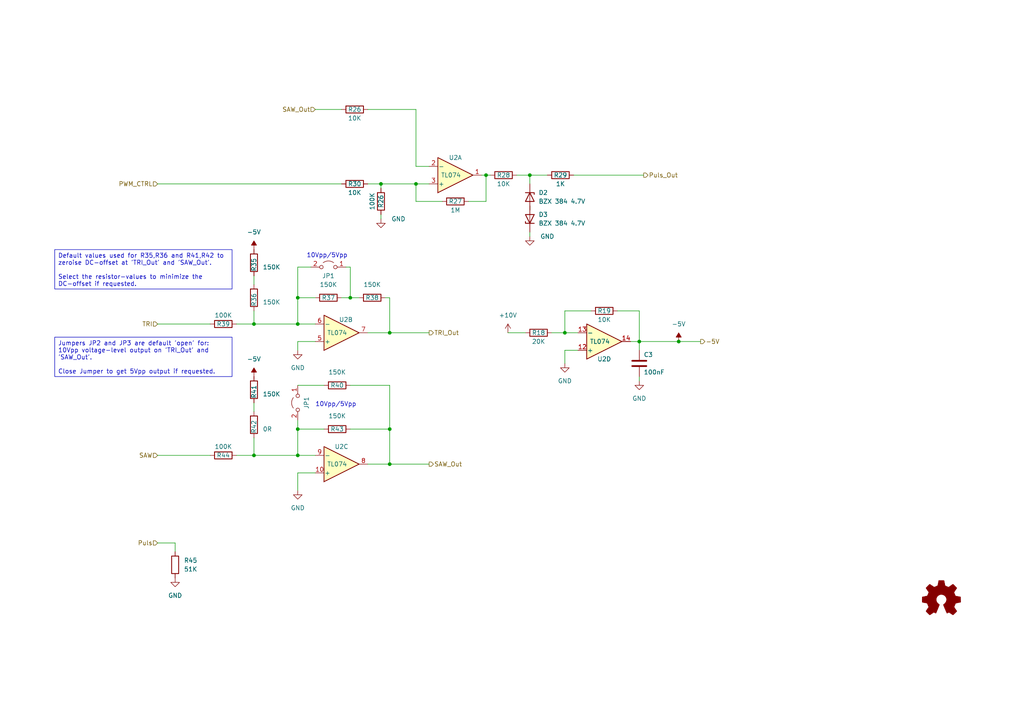
<source format=kicad_sch>
(kicad_sch (version 20230121) (generator eeschema)

  (uuid 4ed2aafb-1283-4eaa-9f9d-93e3e641310c)

  (paper "A4")

  (title_block
    (title "MoreVO_Core")
    (date "2024-07-09")
    (rev "1.1")
    (company "ImmogDi")
    (comment 1 "CC BY-NC-SA")
  )

  (lib_symbols
    (symbol "Amplifier_Operational:TL074" (pin_names (offset 0.127)) (in_bom yes) (on_board yes)
      (property "Reference" "U" (at 0 5.08 0)
        (effects (font (size 1.27 1.27)) (justify left))
      )
      (property "Value" "TL074" (at 0 -5.08 0)
        (effects (font (size 1.27 1.27)) (justify left))
      )
      (property "Footprint" "" (at -1.27 2.54 0)
        (effects (font (size 1.27 1.27)) hide)
      )
      (property "Datasheet" "http://www.ti.com/lit/ds/symlink/tl071.pdf" (at 1.27 5.08 0)
        (effects (font (size 1.27 1.27)) hide)
      )
      (property "ki_locked" "" (at 0 0 0)
        (effects (font (size 1.27 1.27)))
      )
      (property "ki_keywords" "quad opamp" (at 0 0 0)
        (effects (font (size 1.27 1.27)) hide)
      )
      (property "ki_description" "Quad Low-Noise JFET-Input Operational Amplifiers, DIP-14/SOIC-14" (at 0 0 0)
        (effects (font (size 1.27 1.27)) hide)
      )
      (property "ki_fp_filters" "SOIC*3.9x8.7mm*P1.27mm* DIP*W7.62mm* TSSOP*4.4x5mm*P0.65mm* SSOP*5.3x6.2mm*P0.65mm* MSOP*3x3mm*P0.5mm*" (at 0 0 0)
        (effects (font (size 1.27 1.27)) hide)
      )
      (symbol "TL074_1_1"
        (polyline
          (pts
            (xy -5.08 5.08)
            (xy 5.08 0)
            (xy -5.08 -5.08)
            (xy -5.08 5.08)
          )
          (stroke (width 0.254) (type default))
          (fill (type background))
        )
        (pin output line (at 7.62 0 180) (length 2.54)
          (name "~" (effects (font (size 1.27 1.27))))
          (number "1" (effects (font (size 1.27 1.27))))
        )
        (pin input line (at -7.62 -2.54 0) (length 2.54)
          (name "-" (effects (font (size 1.27 1.27))))
          (number "2" (effects (font (size 1.27 1.27))))
        )
        (pin input line (at -7.62 2.54 0) (length 2.54)
          (name "+" (effects (font (size 1.27 1.27))))
          (number "3" (effects (font (size 1.27 1.27))))
        )
      )
      (symbol "TL074_2_1"
        (polyline
          (pts
            (xy -5.08 5.08)
            (xy 5.08 0)
            (xy -5.08 -5.08)
            (xy -5.08 5.08)
          )
          (stroke (width 0.254) (type default))
          (fill (type background))
        )
        (pin input line (at -7.62 2.54 0) (length 2.54)
          (name "+" (effects (font (size 1.27 1.27))))
          (number "5" (effects (font (size 1.27 1.27))))
        )
        (pin input line (at -7.62 -2.54 0) (length 2.54)
          (name "-" (effects (font (size 1.27 1.27))))
          (number "6" (effects (font (size 1.27 1.27))))
        )
        (pin output line (at 7.62 0 180) (length 2.54)
          (name "~" (effects (font (size 1.27 1.27))))
          (number "7" (effects (font (size 1.27 1.27))))
        )
      )
      (symbol "TL074_3_1"
        (polyline
          (pts
            (xy -5.08 5.08)
            (xy 5.08 0)
            (xy -5.08 -5.08)
            (xy -5.08 5.08)
          )
          (stroke (width 0.254) (type default))
          (fill (type background))
        )
        (pin input line (at -7.62 2.54 0) (length 2.54)
          (name "+" (effects (font (size 1.27 1.27))))
          (number "10" (effects (font (size 1.27 1.27))))
        )
        (pin output line (at 7.62 0 180) (length 2.54)
          (name "~" (effects (font (size 1.27 1.27))))
          (number "8" (effects (font (size 1.27 1.27))))
        )
        (pin input line (at -7.62 -2.54 0) (length 2.54)
          (name "-" (effects (font (size 1.27 1.27))))
          (number "9" (effects (font (size 1.27 1.27))))
        )
      )
      (symbol "TL074_4_1"
        (polyline
          (pts
            (xy -5.08 5.08)
            (xy 5.08 0)
            (xy -5.08 -5.08)
            (xy -5.08 5.08)
          )
          (stroke (width 0.254) (type default))
          (fill (type background))
        )
        (pin input line (at -7.62 2.54 0) (length 2.54)
          (name "+" (effects (font (size 1.27 1.27))))
          (number "12" (effects (font (size 1.27 1.27))))
        )
        (pin input line (at -7.62 -2.54 0) (length 2.54)
          (name "-" (effects (font (size 1.27 1.27))))
          (number "13" (effects (font (size 1.27 1.27))))
        )
        (pin output line (at 7.62 0 180) (length 2.54)
          (name "~" (effects (font (size 1.27 1.27))))
          (number "14" (effects (font (size 1.27 1.27))))
        )
      )
      (symbol "TL074_5_1"
        (pin power_in line (at -2.54 -7.62 90) (length 3.81)
          (name "V-" (effects (font (size 1.27 1.27))))
          (number "11" (effects (font (size 1.27 1.27))))
        )
        (pin power_in line (at -2.54 7.62 270) (length 3.81)
          (name "V+" (effects (font (size 1.27 1.27))))
          (number "4" (effects (font (size 1.27 1.27))))
        )
      )
    )
    (symbol "Device:C" (pin_numbers hide) (pin_names (offset 0.254)) (in_bom yes) (on_board yes)
      (property "Reference" "C" (at 0.635 2.54 0)
        (effects (font (size 1.27 1.27)) (justify left))
      )
      (property "Value" "C" (at 0.635 -2.54 0)
        (effects (font (size 1.27 1.27)) (justify left))
      )
      (property "Footprint" "" (at 0.9652 -3.81 0)
        (effects (font (size 1.27 1.27)) hide)
      )
      (property "Datasheet" "~" (at 0 0 0)
        (effects (font (size 1.27 1.27)) hide)
      )
      (property "ki_keywords" "cap capacitor" (at 0 0 0)
        (effects (font (size 1.27 1.27)) hide)
      )
      (property "ki_description" "Unpolarized capacitor" (at 0 0 0)
        (effects (font (size 1.27 1.27)) hide)
      )
      (property "ki_fp_filters" "C_*" (at 0 0 0)
        (effects (font (size 1.27 1.27)) hide)
      )
      (symbol "C_0_1"
        (polyline
          (pts
            (xy -2.032 -0.762)
            (xy 2.032 -0.762)
          )
          (stroke (width 0.508) (type default))
          (fill (type none))
        )
        (polyline
          (pts
            (xy -2.032 0.762)
            (xy 2.032 0.762)
          )
          (stroke (width 0.508) (type default))
          (fill (type none))
        )
      )
      (symbol "C_1_1"
        (pin passive line (at 0 3.81 270) (length 2.794)
          (name "~" (effects (font (size 1.27 1.27))))
          (number "1" (effects (font (size 1.27 1.27))))
        )
        (pin passive line (at 0 -3.81 90) (length 2.794)
          (name "~" (effects (font (size 1.27 1.27))))
          (number "2" (effects (font (size 1.27 1.27))))
        )
      )
    )
    (symbol "Device:D_Zener" (pin_numbers hide) (pin_names (offset 1.016) hide) (in_bom yes) (on_board yes)
      (property "Reference" "D" (at 0 2.54 0)
        (effects (font (size 1.27 1.27)))
      )
      (property "Value" "D_Zener" (at 0 -2.54 0)
        (effects (font (size 1.27 1.27)))
      )
      (property "Footprint" "" (at 0 0 0)
        (effects (font (size 1.27 1.27)) hide)
      )
      (property "Datasheet" "~" (at 0 0 0)
        (effects (font (size 1.27 1.27)) hide)
      )
      (property "ki_keywords" "diode" (at 0 0 0)
        (effects (font (size 1.27 1.27)) hide)
      )
      (property "ki_description" "Zener diode" (at 0 0 0)
        (effects (font (size 1.27 1.27)) hide)
      )
      (property "ki_fp_filters" "TO-???* *_Diode_* *SingleDiode* D_*" (at 0 0 0)
        (effects (font (size 1.27 1.27)) hide)
      )
      (symbol "D_Zener_0_1"
        (polyline
          (pts
            (xy 1.27 0)
            (xy -1.27 0)
          )
          (stroke (width 0) (type default))
          (fill (type none))
        )
        (polyline
          (pts
            (xy -1.27 -1.27)
            (xy -1.27 1.27)
            (xy -0.762 1.27)
          )
          (stroke (width 0.254) (type default))
          (fill (type none))
        )
        (polyline
          (pts
            (xy 1.27 -1.27)
            (xy 1.27 1.27)
            (xy -1.27 0)
            (xy 1.27 -1.27)
          )
          (stroke (width 0.254) (type default))
          (fill (type none))
        )
      )
      (symbol "D_Zener_1_1"
        (pin passive line (at -3.81 0 0) (length 2.54)
          (name "K" (effects (font (size 1.27 1.27))))
          (number "1" (effects (font (size 1.27 1.27))))
        )
        (pin passive line (at 3.81 0 180) (length 2.54)
          (name "A" (effects (font (size 1.27 1.27))))
          (number "2" (effects (font (size 1.27 1.27))))
        )
      )
    )
    (symbol "Device:R" (pin_numbers hide) (pin_names (offset 0)) (in_bom yes) (on_board yes)
      (property "Reference" "R" (at 2.032 0 90)
        (effects (font (size 1.27 1.27)))
      )
      (property "Value" "R" (at 0 0 90)
        (effects (font (size 1.27 1.27)))
      )
      (property "Footprint" "" (at -1.778 0 90)
        (effects (font (size 1.27 1.27)) hide)
      )
      (property "Datasheet" "~" (at 0 0 0)
        (effects (font (size 1.27 1.27)) hide)
      )
      (property "ki_keywords" "R res resistor" (at 0 0 0)
        (effects (font (size 1.27 1.27)) hide)
      )
      (property "ki_description" "Resistor" (at 0 0 0)
        (effects (font (size 1.27 1.27)) hide)
      )
      (property "ki_fp_filters" "R_*" (at 0 0 0)
        (effects (font (size 1.27 1.27)) hide)
      )
      (symbol "R_0_1"
        (rectangle (start -1.016 -2.54) (end 1.016 2.54)
          (stroke (width 0.254) (type default))
          (fill (type none))
        )
      )
      (symbol "R_1_1"
        (pin passive line (at 0 3.81 270) (length 1.27)
          (name "~" (effects (font (size 1.27 1.27))))
          (number "1" (effects (font (size 1.27 1.27))))
        )
        (pin passive line (at 0 -3.81 90) (length 1.27)
          (name "~" (effects (font (size 1.27 1.27))))
          (number "2" (effects (font (size 1.27 1.27))))
        )
      )
    )
    (symbol "Graphic:Logo_Open_Hardware_Small" (in_bom no) (on_board no)
      (property "Reference" "#SYM" (at 0 6.985 0)
        (effects (font (size 1.27 1.27)) hide)
      )
      (property "Value" "Logo_Open_Hardware_Small" (at 0 -5.715 0)
        (effects (font (size 1.27 1.27)) hide)
      )
      (property "Footprint" "" (at 0 0 0)
        (effects (font (size 1.27 1.27)) hide)
      )
      (property "Datasheet" "~" (at 0 0 0)
        (effects (font (size 1.27 1.27)) hide)
      )
      (property "Sim.Enable" "0" (at 0 0 0)
        (effects (font (size 1.27 1.27)) hide)
      )
      (property "ki_keywords" "Logo" (at 0 0 0)
        (effects (font (size 1.27 1.27)) hide)
      )
      (property "ki_description" "Open Hardware logo, small" (at 0 0 0)
        (effects (font (size 1.27 1.27)) hide)
      )
      (symbol "Logo_Open_Hardware_Small_0_1"
        (polyline
          (pts
            (xy 3.3528 -4.3434)
            (xy 3.302 -4.318)
            (xy 3.175 -4.2418)
            (xy 2.9972 -4.1148)
            (xy 2.7686 -3.9624)
            (xy 2.54 -3.81)
            (xy 2.3622 -3.7084)
            (xy 2.2352 -3.6068)
            (xy 2.1844 -3.5814)
            (xy 2.159 -3.6068)
            (xy 2.0574 -3.6576)
            (xy 1.905 -3.7338)
            (xy 1.8034 -3.7846)
            (xy 1.6764 -3.8354)
            (xy 1.6002 -3.8354)
            (xy 1.6002 -3.8354)
            (xy 1.5494 -3.7338)
            (xy 1.4732 -3.5306)
            (xy 1.3462 -3.302)
            (xy 1.2446 -3.0226)
            (xy 1.1176 -2.7178)
            (xy 0.9652 -2.413)
            (xy 0.8636 -2.1082)
            (xy 0.7366 -1.8288)
            (xy 0.6604 -1.6256)
            (xy 0.6096 -1.4732)
            (xy 0.5842 -1.397)
            (xy 0.5842 -1.397)
            (xy 0.6604 -1.3208)
            (xy 0.7874 -1.2446)
            (xy 1.0414 -1.016)
            (xy 1.2954 -0.6858)
            (xy 1.4478 -0.3302)
            (xy 1.524 0.0762)
            (xy 1.4732 0.4572)
            (xy 1.3208 0.8128)
            (xy 1.0668 1.143)
            (xy 0.762 1.3716)
            (xy 0.4064 1.524)
            (xy 0 1.5748)
            (xy -0.381 1.5494)
            (xy -0.7366 1.397)
            (xy -1.0668 1.143)
            (xy -1.2192 0.9906)
            (xy -1.397 0.6604)
            (xy -1.524 0.3048)
            (xy -1.524 0.2286)
            (xy -1.4986 -0.1778)
            (xy -1.397 -0.5334)
            (xy -1.1938 -0.8636)
            (xy -0.9144 -1.143)
            (xy -0.8636 -1.1684)
            (xy -0.7366 -1.27)
            (xy -0.635 -1.3462)
            (xy -0.5842 -1.397)
            (xy -1.0668 -2.5908)
            (xy -1.143 -2.794)
            (xy -1.2954 -3.1242)
            (xy -1.397 -3.4036)
            (xy -1.4986 -3.6322)
            (xy -1.5748 -3.7846)
            (xy -1.6002 -3.8354)
            (xy -1.6002 -3.8354)
            (xy -1.651 -3.8354)
            (xy -1.7272 -3.81)
            (xy -1.905 -3.7338)
            (xy -2.0066 -3.683)
            (xy -2.1336 -3.6068)
            (xy -2.2098 -3.5814)
            (xy -2.2606 -3.6068)
            (xy -2.3622 -3.683)
            (xy -2.54 -3.81)
            (xy -2.7686 -3.9624)
            (xy -2.9718 -4.0894)
            (xy -3.1496 -4.2164)
            (xy -3.302 -4.318)
            (xy -3.3528 -4.3434)
            (xy -3.3782 -4.3434)
            (xy -3.429 -4.318)
            (xy -3.5306 -4.2164)
            (xy -3.7084 -4.064)
            (xy -3.937 -3.8354)
            (xy -3.9624 -3.81)
            (xy -4.1656 -3.6068)
            (xy -4.318 -3.4544)
            (xy -4.4196 -3.3274)
            (xy -4.445 -3.2766)
            (xy -4.445 -3.2766)
            (xy -4.4196 -3.2258)
            (xy -4.318 -3.0734)
            (xy -4.2164 -2.8956)
            (xy -4.064 -2.667)
            (xy -3.6576 -2.0828)
            (xy -3.8862 -1.5494)
            (xy -3.937 -1.3716)
            (xy -4.0386 -1.1684)
            (xy -4.0894 -1.0414)
            (xy -4.1148 -0.9652)
            (xy -4.191 -0.9398)
            (xy -4.318 -0.9144)
            (xy -4.5466 -0.8636)
            (xy -4.8006 -0.8128)
            (xy -5.0546 -0.7874)
            (xy -5.2578 -0.7366)
            (xy -5.4356 -0.7112)
            (xy -5.5118 -0.6858)
            (xy -5.5118 -0.6858)
            (xy -5.5372 -0.635)
            (xy -5.5372 -0.5588)
            (xy -5.5372 -0.4318)
            (xy -5.5626 -0.2286)
            (xy -5.5626 0.0762)
            (xy -5.5626 0.127)
            (xy -5.5372 0.4064)
            (xy -5.5372 0.635)
            (xy -5.5372 0.762)
            (xy -5.5372 0.8382)
            (xy -5.5372 0.8382)
            (xy -5.461 0.8382)
            (xy -5.3086 0.889)
            (xy -5.08 0.9144)
            (xy -4.826 0.9652)
            (xy -4.8006 0.9906)
            (xy -4.5466 1.0414)
            (xy -4.318 1.0668)
            (xy -4.1656 1.1176)
            (xy -4.0894 1.143)
            (xy -4.0894 1.143)
            (xy -4.0386 1.2446)
            (xy -3.9624 1.4224)
            (xy -3.8608 1.6256)
            (xy -3.7846 1.8288)
            (xy -3.7084 2.0066)
            (xy -3.6576 2.159)
            (xy -3.6322 2.2098)
            (xy -3.6322 2.2098)
            (xy -3.683 2.286)
            (xy -3.7592 2.413)
            (xy -3.8862 2.5908)
            (xy -4.064 2.8194)
            (xy -4.064 2.8448)
            (xy -4.2164 3.0734)
            (xy -4.3434 3.2512)
            (xy -4.4196 3.3782)
            (xy -4.445 3.4544)
            (xy -4.445 3.4544)
            (xy -4.3942 3.5052)
            (xy -4.2926 3.6322)
            (xy -4.1148 3.81)
            (xy -3.937 4.0132)
            (xy -3.8608 4.064)
            (xy -3.6576 4.2926)
            (xy -3.5052 4.4196)
            (xy -3.4036 4.4958)
            (xy -3.3528 4.5212)
            (xy -3.3528 4.5212)
            (xy -3.302 4.4704)
            (xy -3.1496 4.3688)
            (xy -2.9718 4.2418)
            (xy -2.7432 4.0894)
            (xy -2.7178 4.0894)
            (xy -2.4892 3.937)
            (xy -2.3114 3.81)
            (xy -2.1844 3.7084)
            (xy -2.1336 3.683)
            (xy -2.1082 3.683)
            (xy -2.032 3.7084)
            (xy -1.8542 3.7592)
            (xy -1.6764 3.8354)
            (xy -1.4732 3.937)
            (xy -1.27 4.0132)
            (xy -1.143 4.064)
            (xy -1.0668 4.1148)
            (xy -1.0668 4.1148)
            (xy -1.0414 4.191)
            (xy -1.016 4.3434)
            (xy -0.9652 4.572)
            (xy -0.9144 4.8514)
            (xy -0.889 4.9022)
            (xy -0.8382 5.1562)
            (xy -0.8128 5.3848)
            (xy -0.7874 5.5372)
            (xy -0.762 5.588)
            (xy -0.7112 5.6134)
            (xy -0.5842 5.6134)
            (xy -0.4064 5.6134)
            (xy -0.1524 5.6134)
            (xy 0.0762 5.6134)
            (xy 0.3302 5.6134)
            (xy 0.5334 5.6134)
            (xy 0.6858 5.588)
            (xy 0.7366 5.588)
            (xy 0.7366 5.588)
            (xy 0.762 5.5118)
            (xy 0.8128 5.334)
            (xy 0.8382 5.1054)
            (xy 0.9144 4.826)
            (xy 0.9144 4.7752)
            (xy 0.9652 4.5212)
            (xy 1.016 4.2926)
            (xy 1.0414 4.1402)
            (xy 1.0668 4.0894)
            (xy 1.0668 4.0894)
            (xy 1.1938 4.0386)
            (xy 1.3716 3.9624)
            (xy 1.5748 3.8608)
            (xy 2.0828 3.6576)
            (xy 2.7178 4.0894)
            (xy 2.7686 4.1402)
            (xy 2.9972 4.2926)
            (xy 3.175 4.4196)
            (xy 3.302 4.4958)
            (xy 3.3782 4.5212)
            (xy 3.3782 4.5212)
            (xy 3.429 4.4704)
            (xy 3.556 4.3434)
            (xy 3.7338 4.191)
            (xy 3.9116 3.9878)
            (xy 4.064 3.8354)
            (xy 4.2418 3.6576)
            (xy 4.3434 3.556)
            (xy 4.4196 3.4798)
            (xy 4.4196 3.429)
            (xy 4.4196 3.4036)
            (xy 4.3942 3.3274)
            (xy 4.2926 3.2004)
            (xy 4.1656 2.9972)
            (xy 4.0132 2.794)
            (xy 3.8862 2.5908)
            (xy 3.7592 2.3876)
            (xy 3.6576 2.2352)
            (xy 3.6322 2.159)
            (xy 3.6322 2.1336)
            (xy 3.683 2.0066)
            (xy 3.7592 1.8288)
            (xy 3.8608 1.6002)
            (xy 4.064 1.1176)
            (xy 4.3942 1.0414)
            (xy 4.5974 1.016)
            (xy 4.8768 0.9652)
            (xy 5.1308 0.9144)
            (xy 5.5372 0.8382)
            (xy 5.5626 -0.6604)
            (xy 5.4864 -0.6858)
            (xy 5.4356 -0.6858)
            (xy 5.2832 -0.7366)
            (xy 5.0546 -0.762)
            (xy 4.8006 -0.8128)
            (xy 4.5974 -0.8636)
            (xy 4.3688 -0.9144)
            (xy 4.2164 -0.9398)
            (xy 4.1402 -0.9398)
            (xy 4.1148 -0.9652)
            (xy 4.064 -1.0668)
            (xy 3.9878 -1.2446)
            (xy 3.9116 -1.4478)
            (xy 3.81 -1.651)
            (xy 3.7338 -1.8542)
            (xy 3.683 -2.0066)
            (xy 3.6576 -2.0828)
            (xy 3.683 -2.1336)
            (xy 3.7846 -2.2606)
            (xy 3.8862 -2.4638)
            (xy 4.0386 -2.667)
            (xy 4.191 -2.8956)
            (xy 4.318 -3.0734)
            (xy 4.3942 -3.2004)
            (xy 4.445 -3.2766)
            (xy 4.4196 -3.3274)
            (xy 4.3434 -3.429)
            (xy 4.1656 -3.5814)
            (xy 3.937 -3.8354)
            (xy 3.8862 -3.8608)
            (xy 3.683 -4.064)
            (xy 3.5306 -4.2164)
            (xy 3.4036 -4.318)
            (xy 3.3528 -4.3434)
          )
          (stroke (width 0) (type default))
          (fill (type outline))
        )
      )
    )
    (symbol "Jumper:Jumper_2_Open" (pin_names (offset 0) hide) (in_bom yes) (on_board yes)
      (property "Reference" "JP" (at 0 2.794 0)
        (effects (font (size 1.27 1.27)))
      )
      (property "Value" "Jumper_2_Open" (at 0 -2.286 0)
        (effects (font (size 1.27 1.27)))
      )
      (property "Footprint" "" (at 0 0 0)
        (effects (font (size 1.27 1.27)) hide)
      )
      (property "Datasheet" "~" (at 0 0 0)
        (effects (font (size 1.27 1.27)) hide)
      )
      (property "ki_keywords" "Jumper SPST" (at 0 0 0)
        (effects (font (size 1.27 1.27)) hide)
      )
      (property "ki_description" "Jumper, 2-pole, open" (at 0 0 0)
        (effects (font (size 1.27 1.27)) hide)
      )
      (property "ki_fp_filters" "Jumper* TestPoint*2Pads* TestPoint*Bridge*" (at 0 0 0)
        (effects (font (size 1.27 1.27)) hide)
      )
      (symbol "Jumper_2_Open_0_0"
        (circle (center -2.032 0) (radius 0.508)
          (stroke (width 0) (type default))
          (fill (type none))
        )
        (circle (center 2.032 0) (radius 0.508)
          (stroke (width 0) (type default))
          (fill (type none))
        )
      )
      (symbol "Jumper_2_Open_0_1"
        (arc (start 1.524 1.27) (mid 0 1.778) (end -1.524 1.27)
          (stroke (width 0) (type default))
          (fill (type none))
        )
      )
      (symbol "Jumper_2_Open_1_1"
        (pin passive line (at -5.08 0 0) (length 2.54)
          (name "A" (effects (font (size 1.27 1.27))))
          (number "1" (effects (font (size 1.27 1.27))))
        )
        (pin passive line (at 5.08 0 180) (length 2.54)
          (name "B" (effects (font (size 1.27 1.27))))
          (number "2" (effects (font (size 1.27 1.27))))
        )
      )
    )
    (symbol "power:+10V" (power) (pin_names (offset 0)) (in_bom yes) (on_board yes)
      (property "Reference" "#PWR" (at 0 -3.81 0)
        (effects (font (size 1.27 1.27)) hide)
      )
      (property "Value" "+10V" (at 0 3.556 0)
        (effects (font (size 1.27 1.27)))
      )
      (property "Footprint" "" (at 0 0 0)
        (effects (font (size 1.27 1.27)) hide)
      )
      (property "Datasheet" "" (at 0 0 0)
        (effects (font (size 1.27 1.27)) hide)
      )
      (property "ki_keywords" "global power" (at 0 0 0)
        (effects (font (size 1.27 1.27)) hide)
      )
      (property "ki_description" "Power symbol creates a global label with name \"+10V\"" (at 0 0 0)
        (effects (font (size 1.27 1.27)) hide)
      )
      (symbol "+10V_0_1"
        (polyline
          (pts
            (xy -0.762 1.27)
            (xy 0 2.54)
          )
          (stroke (width 0) (type default))
          (fill (type none))
        )
        (polyline
          (pts
            (xy 0 0)
            (xy 0 2.54)
          )
          (stroke (width 0) (type default))
          (fill (type none))
        )
        (polyline
          (pts
            (xy 0 2.54)
            (xy 0.762 1.27)
          )
          (stroke (width 0) (type default))
          (fill (type none))
        )
      )
      (symbol "+10V_1_1"
        (pin power_in line (at 0 0 90) (length 0) hide
          (name "+10V" (effects (font (size 1.27 1.27))))
          (number "1" (effects (font (size 1.27 1.27))))
        )
      )
    )
    (symbol "power:-5V" (power) (pin_names (offset 0)) (in_bom yes) (on_board yes)
      (property "Reference" "#PWR" (at 0 2.54 0)
        (effects (font (size 1.27 1.27)) hide)
      )
      (property "Value" "-5V" (at 0 3.81 0)
        (effects (font (size 1.27 1.27)))
      )
      (property "Footprint" "" (at 0 0 0)
        (effects (font (size 1.27 1.27)) hide)
      )
      (property "Datasheet" "" (at 0 0 0)
        (effects (font (size 1.27 1.27)) hide)
      )
      (property "ki_keywords" "global power" (at 0 0 0)
        (effects (font (size 1.27 1.27)) hide)
      )
      (property "ki_description" "Power symbol creates a global label with name \"-5V\"" (at 0 0 0)
        (effects (font (size 1.27 1.27)) hide)
      )
      (symbol "-5V_0_0"
        (pin power_in line (at 0 0 90) (length 0) hide
          (name "-5V" (effects (font (size 1.27 1.27))))
          (number "1" (effects (font (size 1.27 1.27))))
        )
      )
      (symbol "-5V_0_1"
        (polyline
          (pts
            (xy 0 0)
            (xy 0 1.27)
            (xy 0.762 1.27)
            (xy 0 2.54)
            (xy -0.762 1.27)
            (xy 0 1.27)
          )
          (stroke (width 0) (type default))
          (fill (type outline))
        )
      )
    )
    (symbol "power:GND" (power) (pin_names (offset 0)) (in_bom yes) (on_board yes)
      (property "Reference" "#PWR" (at 0 -6.35 0)
        (effects (font (size 1.27 1.27)) hide)
      )
      (property "Value" "GND" (at 0 -3.81 0)
        (effects (font (size 1.27 1.27)))
      )
      (property "Footprint" "" (at 0 0 0)
        (effects (font (size 1.27 1.27)) hide)
      )
      (property "Datasheet" "" (at 0 0 0)
        (effects (font (size 1.27 1.27)) hide)
      )
      (property "ki_keywords" "global power" (at 0 0 0)
        (effects (font (size 1.27 1.27)) hide)
      )
      (property "ki_description" "Power symbol creates a global label with name \"GND\" , ground" (at 0 0 0)
        (effects (font (size 1.27 1.27)) hide)
      )
      (symbol "GND_0_1"
        (polyline
          (pts
            (xy 0 0)
            (xy 0 -1.27)
            (xy 1.27 -1.27)
            (xy 0 -2.54)
            (xy -1.27 -1.27)
            (xy 0 -1.27)
          )
          (stroke (width 0) (type default))
          (fill (type none))
        )
      )
      (symbol "GND_1_1"
        (pin power_in line (at 0 0 270) (length 0) hide
          (name "GND" (effects (font (size 1.27 1.27))))
          (number "1" (effects (font (size 1.27 1.27))))
        )
      )
    )
  )

  (junction (at 86.36 93.98) (diameter 0) (color 0 0 0 0)
    (uuid 06fef19f-4b12-42b8-91fb-bc9244a10603)
  )
  (junction (at 73.66 132.08) (diameter 0) (color 0 0 0 0)
    (uuid 37c719c6-b506-474b-96e3-14b8d4a21b5b)
  )
  (junction (at 113.03 96.52) (diameter 0) (color 0 0 0 0)
    (uuid 39d0e5c4-f579-445f-8c81-273281294037)
  )
  (junction (at 153.67 50.8) (diameter 0) (color 0 0 0 0)
    (uuid 416ffb49-5ba8-4e57-a1e0-13b9b5febbb8)
  )
  (junction (at 86.36 132.08) (diameter 0) (color 0 0 0 0)
    (uuid 4919e376-3701-4617-acad-48a81d3df10c)
  )
  (junction (at 86.36 86.36) (diameter 0) (color 0 0 0 0)
    (uuid 4c82d6bb-3552-4574-8619-75bf2031105e)
  )
  (junction (at 101.6 86.36) (diameter 0) (color 0 0 0 0)
    (uuid 5b79872f-eafe-48b3-bf5c-d3c464f15697)
  )
  (junction (at 110.49 53.34) (diameter 0) (color 0 0 0 0)
    (uuid 5d8f342e-f7da-4b12-996f-d870b8de7240)
  )
  (junction (at 120.65 53.34) (diameter 0) (color 0 0 0 0)
    (uuid 63f28b36-ff75-42e8-8d89-886835451b7a)
  )
  (junction (at 140.97 50.8) (diameter 0) (color 0 0 0 0)
    (uuid 7124298b-588a-48e1-b808-669b4e764ea1)
  )
  (junction (at 73.66 93.98) (diameter 0) (color 0 0 0 0)
    (uuid 7ba1cf23-c264-4758-ba12-1ec897af227a)
  )
  (junction (at 113.03 134.62) (diameter 0) (color 0 0 0 0)
    (uuid 9852a861-7aff-4e99-bf88-c3e0af3b2e18)
  )
  (junction (at 196.85 99.06) (diameter 0) (color 0 0 0 0)
    (uuid aa9f3ceb-706b-4a93-875c-97fdcf25bf80)
  )
  (junction (at 86.36 124.46) (diameter 0) (color 0 0 0 0)
    (uuid b3b2c415-3fa6-42f2-8e4b-94ed4300c8de)
  )
  (junction (at 163.83 96.52) (diameter 0) (color 0 0 0 0)
    (uuid c700f510-00c6-4313-9f61-670464872ed9)
  )
  (junction (at 113.03 124.46) (diameter 0) (color 0 0 0 0)
    (uuid cd2ba572-c424-4827-87ba-c85270fd5fd7)
  )
  (junction (at 185.42 99.06) (diameter 0) (color 0 0 0 0)
    (uuid d4a41a6b-8d8d-4464-b5d2-188078134e41)
  )

  (wire (pts (xy 120.65 48.26) (xy 120.65 31.75))
    (stroke (width 0) (type default))
    (uuid 07231139-6f80-4f24-a457-fb97bc1c6507)
  )
  (wire (pts (xy 73.66 80.01) (xy 73.66 82.55))
    (stroke (width 0) (type default))
    (uuid 101704d6-26ed-437f-94e0-a65e3a8e5ce1)
  )
  (wire (pts (xy 139.7 50.8) (xy 140.97 50.8))
    (stroke (width 0) (type default))
    (uuid 10fa4c3c-c509-40ea-ad27-fef07176297c)
  )
  (wire (pts (xy 110.49 62.23) (xy 110.49 63.5))
    (stroke (width 0) (type default))
    (uuid 13d1fef1-9c76-4013-9bca-ec0ffc57ea19)
  )
  (wire (pts (xy 140.97 50.8) (xy 142.24 50.8))
    (stroke (width 0) (type default))
    (uuid 15a4ebc1-0315-4eff-a5be-42129e50c459)
  )
  (wire (pts (xy 163.83 96.52) (xy 163.83 90.17))
    (stroke (width 0) (type default))
    (uuid 16a394b3-3882-4b4d-a821-d4dc1cac4c6b)
  )
  (wire (pts (xy 45.72 132.08) (xy 60.96 132.08))
    (stroke (width 0) (type default))
    (uuid 1aacf888-3760-4e4e-b5da-fe6e89577c0f)
  )
  (wire (pts (xy 179.07 90.17) (xy 185.42 90.17))
    (stroke (width 0) (type default))
    (uuid 1da43f91-2dd6-443c-9d93-53938de8f14a)
  )
  (wire (pts (xy 185.42 109.22) (xy 185.42 110.49))
    (stroke (width 0) (type default))
    (uuid 1de53150-3957-400b-8ba5-444c8249a16d)
  )
  (wire (pts (xy 91.44 137.16) (xy 86.36 137.16))
    (stroke (width 0) (type default))
    (uuid 2256e3a2-3ac9-4da3-9e98-8e2e88822fb6)
  )
  (wire (pts (xy 73.66 90.17) (xy 73.66 93.98))
    (stroke (width 0) (type default))
    (uuid 24707749-4399-4129-af92-22505ba34f31)
  )
  (wire (pts (xy 106.68 53.34) (xy 110.49 53.34))
    (stroke (width 0) (type default))
    (uuid 27f3aea9-7b5a-47fe-93a0-9b094bff943f)
  )
  (wire (pts (xy 86.36 111.76) (xy 93.98 111.76))
    (stroke (width 0) (type default))
    (uuid 281ec6bf-4f0e-4a35-9848-f67566a2c389)
  )
  (wire (pts (xy 111.76 86.36) (xy 113.03 86.36))
    (stroke (width 0) (type default))
    (uuid 28292f4d-726f-4f4c-b3e0-d85501097a8a)
  )
  (wire (pts (xy 73.66 116.84) (xy 73.66 119.38))
    (stroke (width 0) (type default))
    (uuid 2994cd19-2372-401e-956b-403e870e38a2)
  )
  (wire (pts (xy 68.58 93.98) (xy 73.66 93.98))
    (stroke (width 0) (type default))
    (uuid 2bebfb59-816d-4cbd-afaf-1718068380a7)
  )
  (wire (pts (xy 140.97 50.8) (xy 140.97 58.42))
    (stroke (width 0) (type default))
    (uuid 35785bdc-83f6-4553-a17d-ee17b22228e6)
  )
  (wire (pts (xy 91.44 31.75) (xy 99.06 31.75))
    (stroke (width 0) (type default))
    (uuid 3661dd0a-fcef-4598-9aab-25511688a1b6)
  )
  (wire (pts (xy 50.8 157.48) (xy 50.8 160.02))
    (stroke (width 0) (type default))
    (uuid 3e69a451-11c6-49ec-9a81-cfb02fbc0c84)
  )
  (wire (pts (xy 106.68 31.75) (xy 120.65 31.75))
    (stroke (width 0) (type default))
    (uuid 3fe7126a-d619-4339-ad1a-ddb371e56c9c)
  )
  (wire (pts (xy 86.36 124.46) (xy 86.36 132.08))
    (stroke (width 0) (type default))
    (uuid 45215290-5c4e-43e4-b3b2-ecaa54f7fa02)
  )
  (wire (pts (xy 113.03 86.36) (xy 113.03 96.52))
    (stroke (width 0) (type default))
    (uuid 46d871ab-9440-4768-9388-d4f8dfbf8d63)
  )
  (wire (pts (xy 153.67 59.69) (xy 153.67 60.96))
    (stroke (width 0) (type default))
    (uuid 477b5328-3aff-43ea-a621-30176d6ad961)
  )
  (wire (pts (xy 124.46 48.26) (xy 120.65 48.26))
    (stroke (width 0) (type default))
    (uuid 4849c3f0-5f39-450f-b28b-9848825d7a97)
  )
  (wire (pts (xy 163.83 96.52) (xy 167.64 96.52))
    (stroke (width 0) (type default))
    (uuid 48e69ffa-6c55-4f39-9799-b6657caeb581)
  )
  (wire (pts (xy 163.83 101.6) (xy 167.64 101.6))
    (stroke (width 0) (type default))
    (uuid 509234b0-7670-4e2f-bb6f-5f46a455e751)
  )
  (wire (pts (xy 166.37 50.8) (xy 186.69 50.8))
    (stroke (width 0) (type default))
    (uuid 564b2cd8-1c61-418a-bbe6-27e36ff962c3)
  )
  (wire (pts (xy 91.44 99.06) (xy 86.36 99.06))
    (stroke (width 0) (type default))
    (uuid 5ee3c22e-3f95-4e87-9dc4-29e83021ffb0)
  )
  (wire (pts (xy 73.66 127) (xy 73.66 132.08))
    (stroke (width 0) (type default))
    (uuid 61a3bd8f-0d60-41d0-b150-b77f7c28b4d9)
  )
  (wire (pts (xy 153.67 50.8) (xy 158.75 50.8))
    (stroke (width 0) (type default))
    (uuid 654a7fca-1104-4cdf-9c58-5c3b228e10df)
  )
  (wire (pts (xy 86.36 93.98) (xy 91.44 93.98))
    (stroke (width 0) (type default))
    (uuid 68b82da0-8edc-4c44-be98-2a51f7a02569)
  )
  (wire (pts (xy 100.33 77.47) (xy 101.6 77.47))
    (stroke (width 0) (type default))
    (uuid 6f1b1c1d-138f-4821-a5ec-7ba0a90435de)
  )
  (wire (pts (xy 45.72 93.98) (xy 60.96 93.98))
    (stroke (width 0) (type default))
    (uuid 720a40ac-533f-4402-b982-5448103fc708)
  )
  (wire (pts (xy 185.42 101.6) (xy 185.42 99.06))
    (stroke (width 0) (type default))
    (uuid 769a66f1-f689-4249-a572-f902d267feac)
  )
  (wire (pts (xy 182.88 99.06) (xy 185.42 99.06))
    (stroke (width 0) (type default))
    (uuid 76b67ef3-a9a8-470c-8ba4-3f3ed2176fe8)
  )
  (wire (pts (xy 86.36 86.36) (xy 86.36 93.98))
    (stroke (width 0) (type default))
    (uuid 77988e71-922f-4a4b-9b6c-ad2353cc5316)
  )
  (wire (pts (xy 149.86 50.8) (xy 153.67 50.8))
    (stroke (width 0) (type default))
    (uuid 7bf9a5d3-8adf-43ed-a3c9-9fbc00b4f182)
  )
  (wire (pts (xy 113.03 96.52) (xy 124.46 96.52))
    (stroke (width 0) (type default))
    (uuid 7e09a4ee-db05-4c50-b42f-825348fded87)
  )
  (wire (pts (xy 73.66 93.98) (xy 86.36 93.98))
    (stroke (width 0) (type default))
    (uuid 80a2e37d-b864-480c-8b28-ff9578745646)
  )
  (wire (pts (xy 45.72 157.48) (xy 50.8 157.48))
    (stroke (width 0) (type default))
    (uuid 83eda842-2582-4203-83d0-d4869bd3c6c2)
  )
  (wire (pts (xy 86.36 124.46) (xy 93.98 124.46))
    (stroke (width 0) (type default))
    (uuid 8bcf2b73-3006-4948-81fd-8c043bbba55d)
  )
  (wire (pts (xy 120.65 53.34) (xy 120.65 58.42))
    (stroke (width 0) (type default))
    (uuid 94e786d4-b8d1-4b8b-be09-0bc2152522bd)
  )
  (wire (pts (xy 160.02 96.52) (xy 163.83 96.52))
    (stroke (width 0) (type default))
    (uuid 9d94a84d-3bc4-473c-bcd9-f99b16509787)
  )
  (wire (pts (xy 101.6 77.47) (xy 101.6 86.36))
    (stroke (width 0) (type default))
    (uuid a09a1971-0bf3-43b0-a962-8dba7e9b73b7)
  )
  (wire (pts (xy 101.6 86.36) (xy 104.14 86.36))
    (stroke (width 0) (type default))
    (uuid a30da7ac-5785-4633-98f2-66308b1fd172)
  )
  (wire (pts (xy 171.45 90.17) (xy 163.83 90.17))
    (stroke (width 0) (type default))
    (uuid a35dca58-cf66-4758-9c39-5738dfdb25b2)
  )
  (wire (pts (xy 45.72 53.34) (xy 99.06 53.34))
    (stroke (width 0) (type default))
    (uuid a89253e0-3682-40d0-bea8-1ebf0895e030)
  )
  (wire (pts (xy 86.36 121.92) (xy 86.36 124.46))
    (stroke (width 0) (type default))
    (uuid af6b642a-4224-4767-b6ee-9f005b3e82e4)
  )
  (wire (pts (xy 113.03 111.76) (xy 113.03 124.46))
    (stroke (width 0) (type default))
    (uuid b1d8b2dd-00a2-4e98-a64f-ac6f651680d3)
  )
  (wire (pts (xy 110.49 54.61) (xy 110.49 53.34))
    (stroke (width 0) (type default))
    (uuid b66b9131-2b97-4a4e-bc7e-e38b5643d851)
  )
  (wire (pts (xy 196.85 99.06) (xy 203.2 99.06))
    (stroke (width 0) (type default))
    (uuid b9ed304b-6cf8-494e-b0f8-ffbb70b0acc1)
  )
  (wire (pts (xy 113.03 134.62) (xy 124.46 134.62))
    (stroke (width 0) (type default))
    (uuid bab0017d-b674-49b1-beea-a2b8c6eb6605)
  )
  (wire (pts (xy 185.42 99.06) (xy 196.85 99.06))
    (stroke (width 0) (type default))
    (uuid bbbdac29-0d9f-4652-9a71-5908880d9d99)
  )
  (wire (pts (xy 73.66 132.08) (xy 86.36 132.08))
    (stroke (width 0) (type default))
    (uuid bbfee45f-1af7-4d24-9370-8648e86446fb)
  )
  (wire (pts (xy 68.58 132.08) (xy 73.66 132.08))
    (stroke (width 0) (type default))
    (uuid bd382532-8e6f-47dc-942d-3d194f14f2da)
  )
  (wire (pts (xy 86.36 99.06) (xy 86.36 101.6))
    (stroke (width 0) (type default))
    (uuid bfaf26e1-0ee9-497d-9cef-a41b01314239)
  )
  (wire (pts (xy 90.17 77.47) (xy 86.36 77.47))
    (stroke (width 0) (type default))
    (uuid c086b308-d804-4dc7-aad8-22fba12e411d)
  )
  (wire (pts (xy 99.06 86.36) (xy 101.6 86.36))
    (stroke (width 0) (type default))
    (uuid ca5cddf4-cde5-4966-b6d1-69417eebfbbe)
  )
  (wire (pts (xy 128.27 58.42) (xy 120.65 58.42))
    (stroke (width 0) (type default))
    (uuid d2c0add7-55ed-4263-aa0c-669c551e1be9)
  )
  (wire (pts (xy 91.44 86.36) (xy 86.36 86.36))
    (stroke (width 0) (type default))
    (uuid d54a9120-e937-477d-a9ea-28817737af16)
  )
  (wire (pts (xy 185.42 90.17) (xy 185.42 99.06))
    (stroke (width 0) (type default))
    (uuid d5f4ff64-1bac-4304-b4df-72015f2137fd)
  )
  (wire (pts (xy 106.68 96.52) (xy 113.03 96.52))
    (stroke (width 0) (type default))
    (uuid d7fa1875-e5dc-4a32-960e-ebe3f1798524)
  )
  (wire (pts (xy 120.65 53.34) (xy 124.46 53.34))
    (stroke (width 0) (type default))
    (uuid d86d34d2-c12f-4a94-a52d-8fb476dd99a7)
  )
  (wire (pts (xy 86.36 77.47) (xy 86.36 86.36))
    (stroke (width 0) (type default))
    (uuid d9a5b46c-76c9-47b4-acd4-2c8c9162bbfe)
  )
  (wire (pts (xy 163.83 105.41) (xy 163.83 101.6))
    (stroke (width 0) (type default))
    (uuid db2d6167-063d-416d-aa17-786f132be270)
  )
  (wire (pts (xy 113.03 124.46) (xy 113.03 134.62))
    (stroke (width 0) (type default))
    (uuid dcabb002-f236-462f-9e28-e60ac2928b74)
  )
  (wire (pts (xy 106.68 134.62) (xy 113.03 134.62))
    (stroke (width 0) (type default))
    (uuid ddf6b868-a36e-4a65-be86-88083c4de388)
  )
  (wire (pts (xy 110.49 53.34) (xy 120.65 53.34))
    (stroke (width 0) (type default))
    (uuid e1cf1453-8295-4b76-855c-078394cbfd33)
  )
  (wire (pts (xy 135.89 58.42) (xy 140.97 58.42))
    (stroke (width 0) (type default))
    (uuid e35bc34d-f1e5-40fd-a16f-bb0f09e75b42)
  )
  (wire (pts (xy 153.67 67.31) (xy 153.67 68.58))
    (stroke (width 0) (type default))
    (uuid e49ac59c-6345-4db3-a401-482d5e9d1729)
  )
  (wire (pts (xy 153.67 50.8) (xy 153.67 53.34))
    (stroke (width 0) (type default))
    (uuid e826bd4d-86ba-4ce8-9e5b-751834af9d2d)
  )
  (wire (pts (xy 86.36 132.08) (xy 91.44 132.08))
    (stroke (width 0) (type default))
    (uuid e9e7f86a-d190-4e7f-9075-45fbc2ae29a8)
  )
  (wire (pts (xy 101.6 111.76) (xy 113.03 111.76))
    (stroke (width 0) (type default))
    (uuid efe84818-1922-4132-abc9-addffb9e24c2)
  )
  (wire (pts (xy 147.32 96.52) (xy 152.4 96.52))
    (stroke (width 0) (type default))
    (uuid f4b4693b-d5f2-4895-89b0-5b55a9bd7dda)
  )
  (wire (pts (xy 86.36 137.16) (xy 86.36 142.24))
    (stroke (width 0) (type default))
    (uuid fdbfe89d-77ad-4d71-a129-702cc2eead35)
  )
  (wire (pts (xy 101.6 124.46) (xy 113.03 124.46))
    (stroke (width 0) (type default))
    (uuid fefe5d64-d231-4aba-a6b5-1c7be364555d)
  )

  (text_box "Jumpers JP2 and JP3 are default 'open' for: 10Vpp voltage-level output on 'TRI_Out' and 'SAW_Out'.\n\nClose Jumper to get 5Vpp output if requested."
    (at 15.875 97.79 0) (size 51.435 11.43)
    (stroke (width 0) (type default))
    (fill (type none))
    (effects (font (size 1.27 1.27)) (justify left top))
    (uuid 0bfbfc08-cca2-4637-93a3-fc22cb149702)
  )
  (text_box "Default values used for R35,R36 and R41,R42 to zeroise DC-offset at 'TRI_Out' and 'SAW_Out'.\n\nSelect the resistor-values to minimize the DC-offset if requested."
    (at 15.875 72.39 0) (size 51.435 11.43)
    (stroke (width 0) (type default))
    (fill (type none))
    (effects (font (size 1.27 1.27)) (justify left top))
    (uuid 7eae7957-8a84-4222-9cc8-461c7c9ba6fa)
  )

  (text "10Vpp/5Vpp" (at 88.9 74.93 0)
    (effects (font (size 1.27 1.27)) (justify left bottom))
    (uuid 10785eb8-1f8d-4c44-8c84-0af2eca252b2)
  )
  (text "10Vpp/5Vpp" (at 91.44 118.11 0)
    (effects (font (size 1.27 1.27)) (justify left bottom))
    (uuid 6160d52e-37d6-463d-bf37-e750d71bb12a)
  )

  (hierarchical_label "Puls_Out" (shape output) (at 186.69 50.8 0) (fields_autoplaced)
    (effects (font (size 1.27 1.27)) (justify left))
    (uuid 541a2bf5-0bef-4090-8924-41f58e9ba2bf)
  )
  (hierarchical_label "Puls" (shape input) (at 45.72 157.48 180) (fields_autoplaced)
    (effects (font (size 1.27 1.27)) (justify right))
    (uuid 6b72c64e-666b-496e-af68-b4c2b4d633ec)
  )
  (hierarchical_label "SAW_Out" (shape output) (at 124.46 134.62 0) (fields_autoplaced)
    (effects (font (size 1.27 1.27)) (justify left))
    (uuid 936a74be-29e1-4d22-b315-8c59b917d6f5)
  )
  (hierarchical_label "SAW_Out" (shape input) (at 91.44 31.75 180) (fields_autoplaced)
    (effects (font (size 1.27 1.27)) (justify right))
    (uuid 97d1ed17-9b87-465c-ae6a-76ca20773041)
  )
  (hierarchical_label "-5V" (shape output) (at 203.2 99.06 0) (fields_autoplaced)
    (effects (font (size 1.27 1.27)) (justify left))
    (uuid 9a8cb139-9418-4367-9158-70a2beaddae5)
  )
  (hierarchical_label "TRI" (shape input) (at 45.72 93.98 180) (fields_autoplaced)
    (effects (font (size 1.27 1.27)) (justify right))
    (uuid c9431e22-9b3b-4870-9c40-6cc69f3f14e4)
  )
  (hierarchical_label "SAW" (shape input) (at 45.72 132.08 180) (fields_autoplaced)
    (effects (font (size 1.27 1.27)) (justify right))
    (uuid db9c87b0-7f97-43e2-932d-94920d0ce810)
  )
  (hierarchical_label "TRI_Out" (shape output) (at 124.46 96.52 0) (fields_autoplaced)
    (effects (font (size 1.27 1.27)) (justify left))
    (uuid e27c5095-45fb-4610-9082-00bd14ae6237)
  )
  (hierarchical_label "PWM_CTRL" (shape input) (at 45.72 53.34 180) (fields_autoplaced)
    (effects (font (size 1.27 1.27)) (justify right))
    (uuid e9b3c899-0222-436e-9fb0-2f869c0e4387)
  )

  (symbol (lib_id "Device:R") (at 146.05 50.8 90) (unit 1)
    (in_bom yes) (on_board yes) (dnp no)
    (uuid 0da1a277-a410-40a9-beb7-3f61147ebc34)
    (property "Reference" "R28" (at 146.05 50.8 90)
      (effects (font (size 1.27 1.27)))
    )
    (property "Value" "10K" (at 146.05 53.34 90)
      (effects (font (size 1.27 1.27)))
    )
    (property "Footprint" "Resistor_SMD:R_0805_2012Metric" (at 146.05 52.578 90)
      (effects (font (size 1.27 1.27)) hide)
    )
    (property "Datasheet" "~" (at 146.05 50.8 0)
      (effects (font (size 1.27 1.27)) hide)
    )
    (pin "2" (uuid 08fc7e74-dc56-4851-9a2b-fae9fd6e6970))
    (pin "1" (uuid 11f5b628-e5d4-444f-b4ee-c2b2ea1135e3))
    (instances
      (project "MoreVO_Core"
        (path "/e6e48335-412b-44f2-82a1-e2a8cf29335c/26a3948d-b337-4710-a311-aea600ec90a1"
          (reference "R28") (unit 1)
        )
      )
    )
  )

  (symbol (lib_id "Device:C") (at 185.42 105.41 180) (unit 1)
    (in_bom yes) (on_board yes) (dnp no)
    (uuid 105bfae8-8fd1-4a8c-b112-c1164cbd2044)
    (property "Reference" "C3" (at 186.69 102.87 0)
      (effects (font (size 1.27 1.27)) (justify right))
    )
    (property "Value" "100nF" (at 186.69 107.95 0)
      (effects (font (size 1.27 1.27)) (justify right))
    )
    (property "Footprint" "Capacitor_SMD:C_0805_2012Metric" (at 184.4548 101.6 0)
      (effects (font (size 1.27 1.27)) hide)
    )
    (property "Datasheet" "~" (at 185.42 105.41 0)
      (effects (font (size 1.27 1.27)) hide)
    )
    (pin "1" (uuid 90b46718-a66c-4e82-84a6-2368fec49a03))
    (pin "2" (uuid bedee551-f868-42e7-b8d3-94a0eb99f34e))
    (instances
      (project "MoreVO_Core"
        (path "/e6e48335-412b-44f2-82a1-e2a8cf29335c/cf24fe32-4a48-460c-b3d2-f823ee7d527f"
          (reference "C3") (unit 1)
        )
        (path "/e6e48335-412b-44f2-82a1-e2a8cf29335c"
          (reference "C5") (unit 1)
        )
        (path "/e6e48335-412b-44f2-82a1-e2a8cf29335c/26a3948d-b337-4710-a311-aea600ec90a1"
          (reference "C5") (unit 1)
        )
      )
    )
  )

  (symbol (lib_id "power:GND") (at 86.36 101.6 0) (unit 1)
    (in_bom yes) (on_board yes) (dnp no) (fields_autoplaced)
    (uuid 1747f230-13d6-48d7-b03b-dd36a26bdc3b)
    (property "Reference" "#PWR044" (at 86.36 107.95 0)
      (effects (font (size 1.27 1.27)) hide)
    )
    (property "Value" "GND" (at 86.36 106.68 0)
      (effects (font (size 1.27 1.27)))
    )
    (property "Footprint" "" (at 86.36 101.6 0)
      (effects (font (size 1.27 1.27)) hide)
    )
    (property "Datasheet" "" (at 86.36 101.6 0)
      (effects (font (size 1.27 1.27)) hide)
    )
    (pin "1" (uuid 9f8f6404-6c9a-4c26-a40b-7fa627174417))
    (instances
      (project "MoreVO_Core"
        (path "/e6e48335-412b-44f2-82a1-e2a8cf29335c/26a3948d-b337-4710-a311-aea600ec90a1"
          (reference "#PWR044") (unit 1)
        )
      )
    )
  )

  (symbol (lib_id "Device:R") (at 73.66 113.03 0) (unit 1)
    (in_bom yes) (on_board yes) (dnp no)
    (uuid 1fd8ca95-9af3-4a6c-b256-14de37095d53)
    (property "Reference" "R41" (at 73.66 115.57 90)
      (effects (font (size 1.27 1.27)) (justify left))
    )
    (property "Value" "150K" (at 76.2 114.3 0)
      (effects (font (size 1.27 1.27)) (justify left))
    )
    (property "Footprint" "Resistor_SMD:R_0805_2012Metric" (at 71.882 113.03 90)
      (effects (font (size 1.27 1.27)) hide)
    )
    (property "Datasheet" "~" (at 73.66 113.03 0)
      (effects (font (size 1.27 1.27)) hide)
    )
    (pin "2" (uuid e5417195-738b-4cc8-8d72-a68da90e3119))
    (pin "1" (uuid 3ffe1581-f580-493f-bc4b-de5256d77f24))
    (instances
      (project "MoreVO_Core"
        (path "/e6e48335-412b-44f2-82a1-e2a8cf29335c/26a3948d-b337-4710-a311-aea600ec90a1"
          (reference "R41") (unit 1)
        )
      )
    )
  )

  (symbol (lib_id "Amplifier_Operational:TL074") (at 99.06 134.62 0) (mirror x) (unit 3)
    (in_bom yes) (on_board yes) (dnp no)
    (uuid 22811992-c733-4409-813f-6e2628d70d19)
    (property "Reference" "U2" (at 99.06 129.54 0)
      (effects (font (size 1.27 1.27)))
    )
    (property "Value" "TL074" (at 97.79 134.62 0)
      (effects (font (size 1.27 1.27)))
    )
    (property "Footprint" "Package_SO:SOIC-14_3.9x8.7mm_P1.27mm" (at 97.79 137.16 0)
      (effects (font (size 1.27 1.27)) hide)
    )
    (property "Datasheet" "http://www.ti.com/lit/ds/symlink/tl071.pdf" (at 100.33 139.7 0)
      (effects (font (size 1.27 1.27)) hide)
    )
    (pin "14" (uuid 602a8acf-944f-459b-a278-2a10d9b484ea))
    (pin "8" (uuid 256db767-aea3-44d0-954e-e97899bd9578))
    (pin "5" (uuid 708bb794-d63c-466a-beb7-5b63f23ca93a))
    (pin "13" (uuid 46cfe520-e378-4835-9c04-28419eaf4a79))
    (pin "10" (uuid c86e798f-5a07-4e01-915f-63cfa3341e5d))
    (pin "11" (uuid 52c5d596-0808-432b-8e0a-9057e14a8a27))
    (pin "4" (uuid 32e0c276-6c7d-45d2-94c2-54f11b934614))
    (pin "1" (uuid 8ee83cb6-a712-489f-a2de-d0a3f314b561))
    (pin "9" (uuid 455b32d7-d27f-4ff5-ac45-678cf9976f26))
    (pin "12" (uuid 72483399-280d-4aa2-bb99-90ecf941a01b))
    (pin "7" (uuid f4014d70-d0d4-4b7a-9001-e96ce285d81e))
    (pin "2" (uuid 7cd6e2bc-1394-413a-99a3-63238047d553))
    (pin "3" (uuid 005be67c-0144-4012-85c1-d801ce7fea22))
    (pin "6" (uuid ab59caee-a2b1-41ad-a551-b22b3a017047))
    (instances
      (project "MoreVO_Core"
        (path "/e6e48335-412b-44f2-82a1-e2a8cf29335c/26a3948d-b337-4710-a311-aea600ec90a1"
          (reference "U2") (unit 3)
        )
      )
    )
  )

  (symbol (lib_id "Device:R") (at 95.25 86.36 90) (unit 1)
    (in_bom yes) (on_board yes) (dnp no)
    (uuid 262fce63-93ee-4fed-99f2-be067b3d1ec1)
    (property "Reference" "R37" (at 95.25 86.36 90)
      (effects (font (size 1.27 1.27)))
    )
    (property "Value" "150K" (at 95.25 82.55 90)
      (effects (font (size 1.27 1.27)))
    )
    (property "Footprint" "Resistor_SMD:R_0805_2012Metric" (at 95.25 88.138 90)
      (effects (font (size 1.27 1.27)) hide)
    )
    (property "Datasheet" "~" (at 95.25 86.36 0)
      (effects (font (size 1.27 1.27)) hide)
    )
    (pin "2" (uuid fc722288-3add-4692-bde9-307a1b25093b))
    (pin "1" (uuid adbd58fb-fda1-4f85-9a70-2731d8ac7ffe))
    (instances
      (project "MoreVO_Core"
        (path "/e6e48335-412b-44f2-82a1-e2a8cf29335c/26a3948d-b337-4710-a311-aea600ec90a1"
          (reference "R37") (unit 1)
        )
      )
    )
  )

  (symbol (lib_id "power:GND") (at 110.49 63.5 0) (unit 1)
    (in_bom yes) (on_board yes) (dnp no)
    (uuid 27d8cc79-4d51-49a8-9e2c-03dc0d79a7e2)
    (property "Reference" "#PWR018" (at 110.49 69.85 0)
      (effects (font (size 1.27 1.27)) hide)
    )
    (property "Value" "GND" (at 115.57 63.5 0)
      (effects (font (size 1.27 1.27)))
    )
    (property "Footprint" "" (at 110.49 63.5 0)
      (effects (font (size 1.27 1.27)) hide)
    )
    (property "Datasheet" "" (at 110.49 63.5 0)
      (effects (font (size 1.27 1.27)) hide)
    )
    (pin "1" (uuid 61f0d083-9667-4d9c-af97-8986514ba914))
    (instances
      (project "MoreVO_Core"
        (path "/e6e48335-412b-44f2-82a1-e2a8cf29335c/cf24fe32-4a48-460c-b3d2-f823ee7d527f"
          (reference "#PWR018") (unit 1)
        )
        (path "/e6e48335-412b-44f2-82a1-e2a8cf29335c/26a3948d-b337-4710-a311-aea600ec90a1"
          (reference "#PWR040") (unit 1)
        )
      )
    )
  )

  (symbol (lib_id "power:-5V") (at 73.66 72.39 0) (unit 1)
    (in_bom yes) (on_board yes) (dnp no) (fields_autoplaced)
    (uuid 2a047283-d730-4cec-9ff3-e5fde3f004dd)
    (property "Reference" "#PWR043" (at 73.66 69.85 0)
      (effects (font (size 1.27 1.27)) hide)
    )
    (property "Value" "-5V" (at 73.66 67.31 0)
      (effects (font (size 1.27 1.27)))
    )
    (property "Footprint" "" (at 73.66 72.39 0)
      (effects (font (size 1.27 1.27)) hide)
    )
    (property "Datasheet" "" (at 73.66 72.39 0)
      (effects (font (size 1.27 1.27)) hide)
    )
    (pin "1" (uuid c19ebbb5-81dd-48ae-8505-495da207330c))
    (instances
      (project "MoreVO_Core"
        (path "/e6e48335-412b-44f2-82a1-e2a8cf29335c/26a3948d-b337-4710-a311-aea600ec90a1"
          (reference "#PWR043") (unit 1)
        )
      )
    )
  )

  (symbol (lib_id "Device:R") (at 132.08 58.42 270) (unit 1)
    (in_bom yes) (on_board yes) (dnp no)
    (uuid 2bbaaddd-9a21-4942-a967-f7585f770f1e)
    (property "Reference" "R27" (at 132.08 58.42 90)
      (effects (font (size 1.27 1.27)))
    )
    (property "Value" "1M" (at 132.08 60.96 90)
      (effects (font (size 1.27 1.27)))
    )
    (property "Footprint" "Resistor_SMD:R_0805_2012Metric" (at 132.08 56.642 90)
      (effects (font (size 1.27 1.27)) hide)
    )
    (property "Datasheet" "~" (at 132.08 58.42 0)
      (effects (font (size 1.27 1.27)) hide)
    )
    (pin "2" (uuid 75ba0382-2a46-4172-830e-e31cc650f300))
    (pin "1" (uuid 1b763392-4b63-4f03-9e70-05e03885284d))
    (instances
      (project "MoreVO_Core"
        (path "/e6e48335-412b-44f2-82a1-e2a8cf29335c/cf24fe32-4a48-460c-b3d2-f823ee7d527f"
          (reference "R27") (unit 1)
        )
        (path "/e6e48335-412b-44f2-82a1-e2a8cf29335c/26a3948d-b337-4710-a311-aea600ec90a1"
          (reference "R33") (unit 1)
        )
      )
    )
  )

  (symbol (lib_id "Graphic:Logo_Open_Hardware_Small") (at 273.05 173.99 0) (unit 1)
    (in_bom no) (on_board no) (dnp no) (fields_autoplaced)
    (uuid 2f5f023e-e031-4e38-a6a8-7c4f01c81638)
    (property "Reference" "#SYM1" (at 273.05 167.005 0)
      (effects (font (size 1.27 1.27)) hide)
    )
    (property "Value" "Logo_Open_Hardware_Small" (at 273.05 179.705 0)
      (effects (font (size 1.27 1.27)) hide)
    )
    (property "Footprint" "" (at 273.05 173.99 0)
      (effects (font (size 1.27 1.27)) hide)
    )
    (property "Datasheet" "~" (at 273.05 173.99 0)
      (effects (font (size 1.27 1.27)) hide)
    )
    (property "Sim.Enable" "0" (at 273.05 173.99 0)
      (effects (font (size 1.27 1.27)) hide)
    )
    (instances
      (project "MoreVO_Core"
        (path "/e6e48335-412b-44f2-82a1-e2a8cf29335c"
          (reference "#SYM1") (unit 1)
        )
        (path "/e6e48335-412b-44f2-82a1-e2a8cf29335c/26a3948d-b337-4710-a311-aea600ec90a1"
          (reference "#SYM3") (unit 1)
        )
      )
    )
  )

  (symbol (lib_id "power:GND") (at 86.36 142.24 0) (unit 1)
    (in_bom yes) (on_board yes) (dnp no) (fields_autoplaced)
    (uuid 3cb73d5e-e2cf-442b-9d4b-56ac72d43cbc)
    (property "Reference" "#PWR046" (at 86.36 148.59 0)
      (effects (font (size 1.27 1.27)) hide)
    )
    (property "Value" "GND" (at 86.36 147.32 0)
      (effects (font (size 1.27 1.27)))
    )
    (property "Footprint" "" (at 86.36 142.24 0)
      (effects (font (size 1.27 1.27)) hide)
    )
    (property "Datasheet" "" (at 86.36 142.24 0)
      (effects (font (size 1.27 1.27)) hide)
    )
    (pin "1" (uuid 15c4a5e5-4b2b-4e00-8aa0-b73120b524aa))
    (instances
      (project "MoreVO_Core"
        (path "/e6e48335-412b-44f2-82a1-e2a8cf29335c/26a3948d-b337-4710-a311-aea600ec90a1"
          (reference "#PWR046") (unit 1)
        )
      )
    )
  )

  (symbol (lib_id "Device:R") (at 97.79 124.46 90) (unit 1)
    (in_bom yes) (on_board yes) (dnp no)
    (uuid 3ecd1498-e7fa-400d-bb12-18d1c53de8b2)
    (property "Reference" "R43" (at 97.79 124.46 90)
      (effects (font (size 1.27 1.27)))
    )
    (property "Value" "150K" (at 97.79 120.65 90)
      (effects (font (size 1.27 1.27)))
    )
    (property "Footprint" "Resistor_SMD:R_0805_2012Metric" (at 97.79 126.238 90)
      (effects (font (size 1.27 1.27)) hide)
    )
    (property "Datasheet" "~" (at 97.79 124.46 0)
      (effects (font (size 1.27 1.27)) hide)
    )
    (pin "2" (uuid 655252b2-0d8d-4798-8963-ed35a5e5a1e0))
    (pin "1" (uuid b98f84f8-24a8-476e-b76a-e34680033428))
    (instances
      (project "MoreVO_Core"
        (path "/e6e48335-412b-44f2-82a1-e2a8cf29335c/26a3948d-b337-4710-a311-aea600ec90a1"
          (reference "R43") (unit 1)
        )
      )
    )
  )

  (symbol (lib_id "Device:R") (at 156.21 96.52 90) (mirror x) (unit 1)
    (in_bom yes) (on_board yes) (dnp no)
    (uuid 44a58631-fcf0-489b-beb9-b7decfdb8895)
    (property "Reference" "R18" (at 156.21 96.52 90)
      (effects (font (size 1.27 1.27)))
    )
    (property "Value" "20K" (at 156.21 99.06 90)
      (effects (font (size 1.27 1.27)))
    )
    (property "Footprint" "Resistor_SMD:R_0805_2012Metric" (at 156.21 94.742 90)
      (effects (font (size 1.27 1.27)) hide)
    )
    (property "Datasheet" "~" (at 156.21 96.52 0)
      (effects (font (size 1.27 1.27)) hide)
    )
    (pin "2" (uuid 7cf2fc5f-6786-432c-9689-4e0120b21f62))
    (pin "1" (uuid 10336178-2c69-490e-8e71-c9cc5e290207))
    (instances
      (project "MoreVO_Core"
        (path "/e6e48335-412b-44f2-82a1-e2a8cf29335c/cf24fe32-4a48-460c-b3d2-f823ee7d527f"
          (reference "R18") (unit 1)
        )
        (path "/e6e48335-412b-44f2-82a1-e2a8cf29335c/26a3948d-b337-4710-a311-aea600ec90a1"
          (reference "R31") (unit 1)
        )
      )
    )
  )

  (symbol (lib_id "power:GND") (at 50.8 167.64 0) (unit 1)
    (in_bom yes) (on_board yes) (dnp no) (fields_autoplaced)
    (uuid 52a9736a-72e2-4ad0-81e0-d3abd8aaa66a)
    (property "Reference" "#PWR047" (at 50.8 173.99 0)
      (effects (font (size 1.27 1.27)) hide)
    )
    (property "Value" "GND" (at 50.8 172.72 0)
      (effects (font (size 1.27 1.27)))
    )
    (property "Footprint" "" (at 50.8 167.64 0)
      (effects (font (size 1.27 1.27)) hide)
    )
    (property "Datasheet" "" (at 50.8 167.64 0)
      (effects (font (size 1.27 1.27)) hide)
    )
    (pin "1" (uuid 5b3691eb-164f-429b-83a8-75cf2ee7b141))
    (instances
      (project "MoreVO_Core"
        (path "/e6e48335-412b-44f2-82a1-e2a8cf29335c/26a3948d-b337-4710-a311-aea600ec90a1"
          (reference "#PWR047") (unit 1)
        )
      )
    )
  )

  (symbol (lib_id "Device:R") (at 50.8 163.83 0) (unit 1)
    (in_bom yes) (on_board yes) (dnp no) (fields_autoplaced)
    (uuid 5b44307f-5836-456c-8695-d2a7cc8f3042)
    (property "Reference" "R45" (at 53.34 162.56 0)
      (effects (font (size 1.27 1.27)) (justify left))
    )
    (property "Value" "51K" (at 53.34 165.1 0)
      (effects (font (size 1.27 1.27)) (justify left))
    )
    (property "Footprint" "Resistor_SMD:R_0805_2012Metric" (at 49.022 163.83 90)
      (effects (font (size 1.27 1.27)) hide)
    )
    (property "Datasheet" "~" (at 50.8 163.83 0)
      (effects (font (size 1.27 1.27)) hide)
    )
    (pin "2" (uuid 292e9e64-0cbc-4276-9344-e9bd51ebac85))
    (pin "1" (uuid d050325a-e9da-47f7-a275-a6c91a1d2731))
    (instances
      (project "MoreVO_Core"
        (path "/e6e48335-412b-44f2-82a1-e2a8cf29335c/26a3948d-b337-4710-a311-aea600ec90a1"
          (reference "R45") (unit 1)
        )
      )
    )
  )

  (symbol (lib_id "Device:R") (at 102.87 31.75 90) (unit 1)
    (in_bom yes) (on_board yes) (dnp no)
    (uuid 6d4a0a5a-c4bf-47dc-b927-fefee92a2b23)
    (property "Reference" "R26" (at 102.87 31.75 90)
      (effects (font (size 1.27 1.27)))
    )
    (property "Value" "10K" (at 102.87 34.29 90)
      (effects (font (size 1.27 1.27)))
    )
    (property "Footprint" "Resistor_SMD:R_0805_2012Metric" (at 102.87 33.528 90)
      (effects (font (size 1.27 1.27)) hide)
    )
    (property "Datasheet" "~" (at 102.87 31.75 0)
      (effects (font (size 1.27 1.27)) hide)
    )
    (pin "2" (uuid f97a3705-a94f-4b9b-b272-00aecf6c2696))
    (pin "1" (uuid 166afaec-103b-4d7b-9067-8455b0c97ca1))
    (instances
      (project "MoreVO_Core"
        (path "/e6e48335-412b-44f2-82a1-e2a8cf29335c/26a3948d-b337-4710-a311-aea600ec90a1"
          (reference "R26") (unit 1)
        )
      )
    )
  )

  (symbol (lib_id "Device:R") (at 73.66 123.19 0) (unit 1)
    (in_bom yes) (on_board yes) (dnp no)
    (uuid 70cdefef-5070-4d5d-aa3b-fdc8e8449db8)
    (property "Reference" "R42" (at 73.66 125.73 90)
      (effects (font (size 1.27 1.27)) (justify left))
    )
    (property "Value" "0R" (at 76.2 124.46 0)
      (effects (font (size 1.27 1.27)) (justify left))
    )
    (property "Footprint" "Resistor_SMD:R_0805_2012Metric" (at 71.882 123.19 90)
      (effects (font (size 1.27 1.27)) hide)
    )
    (property "Datasheet" "~" (at 73.66 123.19 0)
      (effects (font (size 1.27 1.27)) hide)
    )
    (pin "2" (uuid cc09679d-4c27-4875-81d1-12cde0be5f24))
    (pin "1" (uuid 96e7808a-0497-4618-be1b-cd1fdcaf6f44))
    (instances
      (project "MoreVO_Core"
        (path "/e6e48335-412b-44f2-82a1-e2a8cf29335c/26a3948d-b337-4710-a311-aea600ec90a1"
          (reference "R42") (unit 1)
        )
      )
    )
  )

  (symbol (lib_id "Device:R") (at 162.56 50.8 90) (unit 1)
    (in_bom yes) (on_board yes) (dnp no)
    (uuid 7ab664b1-ca08-4683-a0eb-e349e4495aaa)
    (property "Reference" "R29" (at 162.56 50.8 90)
      (effects (font (size 1.27 1.27)))
    )
    (property "Value" "1K" (at 162.56 53.34 90)
      (effects (font (size 1.27 1.27)))
    )
    (property "Footprint" "Resistor_SMD:R_0805_2012Metric" (at 162.56 52.578 90)
      (effects (font (size 1.27 1.27)) hide)
    )
    (property "Datasheet" "~" (at 162.56 50.8 0)
      (effects (font (size 1.27 1.27)) hide)
    )
    (pin "2" (uuid 91943987-5103-4a7b-857a-9d98e8f9c30e))
    (pin "1" (uuid b019ff71-a80f-4c5a-971d-24260eba6a8a))
    (instances
      (project "MoreVO_Core"
        (path "/e6e48335-412b-44f2-82a1-e2a8cf29335c/26a3948d-b337-4710-a311-aea600ec90a1"
          (reference "R29") (unit 1)
        )
      )
    )
  )

  (symbol (lib_id "power:-5V") (at 196.85 99.06 0) (unit 1)
    (in_bom yes) (on_board yes) (dnp no) (fields_autoplaced)
    (uuid 7bc6cceb-6db0-4dd7-8263-59a2abe77a10)
    (property "Reference" "#PWR05" (at 196.85 96.52 0)
      (effects (font (size 1.27 1.27)) hide)
    )
    (property "Value" "-5V" (at 196.85 93.98 0)
      (effects (font (size 1.27 1.27)))
    )
    (property "Footprint" "" (at 196.85 99.06 0)
      (effects (font (size 1.27 1.27)) hide)
    )
    (property "Datasheet" "" (at 196.85 99.06 0)
      (effects (font (size 1.27 1.27)) hide)
    )
    (pin "1" (uuid 31c0a0f1-b9f0-45e2-b5e5-43392bb6dadc))
    (instances
      (project "MoreVO_Core"
        (path "/e6e48335-412b-44f2-82a1-e2a8cf29335c"
          (reference "#PWR05") (unit 1)
        )
        (path "/e6e48335-412b-44f2-82a1-e2a8cf29335c/26a3948d-b337-4710-a311-aea600ec90a1"
          (reference "#PWR05") (unit 1)
        )
      )
    )
  )

  (symbol (lib_id "Device:R") (at 64.77 132.08 90) (unit 1)
    (in_bom yes) (on_board yes) (dnp no)
    (uuid 87b50ac3-43e3-45c9-b9b4-a89e03b67efb)
    (property "Reference" "R44" (at 64.77 132.08 90)
      (effects (font (size 1.27 1.27)))
    )
    (property "Value" "100K" (at 64.77 129.54 90)
      (effects (font (size 1.27 1.27)))
    )
    (property "Footprint" "Resistor_SMD:R_0805_2012Metric" (at 64.77 133.858 90)
      (effects (font (size 1.27 1.27)) hide)
    )
    (property "Datasheet" "~" (at 64.77 132.08 0)
      (effects (font (size 1.27 1.27)) hide)
    )
    (pin "2" (uuid 1953fe8d-7276-4c65-bf45-3fb85c0d65fa))
    (pin "1" (uuid 34cdd5c6-9934-4ca0-9075-eaa67de839b9))
    (instances
      (project "MoreVO_Core"
        (path "/e6e48335-412b-44f2-82a1-e2a8cf29335c/26a3948d-b337-4710-a311-aea600ec90a1"
          (reference "R44") (unit 1)
        )
      )
    )
  )

  (symbol (lib_id "Device:R") (at 107.95 86.36 90) (unit 1)
    (in_bom yes) (on_board yes) (dnp no)
    (uuid 92489cc3-1874-46b2-9435-fa75d1dee69c)
    (property "Reference" "R38" (at 107.95 86.36 90)
      (effects (font (size 1.27 1.27)))
    )
    (property "Value" "150K" (at 107.95 82.55 90)
      (effects (font (size 1.27 1.27)))
    )
    (property "Footprint" "Resistor_SMD:R_0805_2012Metric" (at 107.95 88.138 90)
      (effects (font (size 1.27 1.27)) hide)
    )
    (property "Datasheet" "~" (at 107.95 86.36 0)
      (effects (font (size 1.27 1.27)) hide)
    )
    (pin "2" (uuid f99fe87e-f2f2-4112-a7be-66e16abe2374))
    (pin "1" (uuid debb32b6-a1fc-48e8-862a-67468731764f))
    (instances
      (project "MoreVO_Core"
        (path "/e6e48335-412b-44f2-82a1-e2a8cf29335c/26a3948d-b337-4710-a311-aea600ec90a1"
          (reference "R38") (unit 1)
        )
      )
    )
  )

  (symbol (lib_id "Device:R") (at 64.77 93.98 90) (unit 1)
    (in_bom yes) (on_board yes) (dnp no)
    (uuid 951cdb0c-9e55-480b-954a-ea859aaacc75)
    (property "Reference" "R39" (at 64.77 93.98 90)
      (effects (font (size 1.27 1.27)))
    )
    (property "Value" "100K" (at 64.77 91.44 90)
      (effects (font (size 1.27 1.27)))
    )
    (property "Footprint" "Resistor_SMD:R_0805_2012Metric" (at 64.77 95.758 90)
      (effects (font (size 1.27 1.27)) hide)
    )
    (property "Datasheet" "~" (at 64.77 93.98 0)
      (effects (font (size 1.27 1.27)) hide)
    )
    (pin "2" (uuid cbf566e3-6a85-4344-b92f-6a5c2bc16c6b))
    (pin "1" (uuid 5e937c34-4367-46ff-b243-a75d8eb891e8))
    (instances
      (project "MoreVO_Core"
        (path "/e6e48335-412b-44f2-82a1-e2a8cf29335c/26a3948d-b337-4710-a311-aea600ec90a1"
          (reference "R39") (unit 1)
        )
      )
    )
  )

  (symbol (lib_id "Amplifier_Operational:TL074") (at 99.06 96.52 0) (mirror x) (unit 2)
    (in_bom yes) (on_board yes) (dnp no)
    (uuid 9ac91a76-f2ea-4e65-8df6-eb4c84bdbc22)
    (property "Reference" "U2" (at 100.33 92.71 0)
      (effects (font (size 1.27 1.27)))
    )
    (property "Value" "TL074" (at 97.79 96.52 0)
      (effects (font (size 1.27 1.27)))
    )
    (property "Footprint" "Package_SO:SOIC-14_3.9x8.7mm_P1.27mm" (at 97.79 99.06 0)
      (effects (font (size 1.27 1.27)) hide)
    )
    (property "Datasheet" "http://www.ti.com/lit/ds/symlink/tl071.pdf" (at 100.33 101.6 0)
      (effects (font (size 1.27 1.27)) hide)
    )
    (pin "12" (uuid ad30bde6-719d-419d-9410-a8b25b52c66a))
    (pin "5" (uuid 5dea8798-1546-4f91-a5ba-6a09a643ba3c))
    (pin "10" (uuid a4cb8a6c-0aca-4fe4-8fbe-fe4ec09803a0))
    (pin "13" (uuid 621891d9-be72-43d6-8021-e8c22b409f91))
    (pin "9" (uuid 0e575046-5235-4bc7-98be-b620ecc2c4b0))
    (pin "3" (uuid dfb475c6-8957-4a30-ac99-cb58d8671515))
    (pin "8" (uuid 1444567a-9db8-4d5b-90f5-4e5b5080b904))
    (pin "2" (uuid 91daa287-a4b9-4812-9876-d5b19d12bd6b))
    (pin "14" (uuid f638f625-a6fa-47d8-94fd-98a0f8bc54a8))
    (pin "4" (uuid a79f45c2-6048-41fe-af68-e3ca44635039))
    (pin "6" (uuid a484464a-b35c-4589-ba01-ee2d1cce1232))
    (pin "11" (uuid 668d1518-e1cc-486d-9c10-9dfb016f0710))
    (pin "1" (uuid a103ac5a-727a-41a7-8c4b-c53922a9ee23))
    (pin "7" (uuid efb69a0c-20d7-41b8-afb4-71d94c7f3085))
    (instances
      (project "MoreVO_Core"
        (path "/e6e48335-412b-44f2-82a1-e2a8cf29335c/26a3948d-b337-4710-a311-aea600ec90a1"
          (reference "U2") (unit 2)
        )
      )
    )
  )

  (symbol (lib_id "Jumper:Jumper_2_Open") (at 95.25 77.47 0) (mirror y) (unit 1)
    (in_bom yes) (on_board yes) (dnp no)
    (uuid 9c5fc82e-fb75-497c-80d0-a87c36ab78e5)
    (property "Reference" "JP1" (at 95.25 80.01 0)
      (effects (font (size 1.27 1.27)))
    )
    (property "Value" "Jumper_2_Open" (at 95.25 80.01 0)
      (effects (font (size 1.27 1.27)) hide)
    )
    (property "Footprint" "Jumper:SolderJumper-2_P1.3mm_Open_Pad1.0x1.5mm" (at 95.25 77.47 0)
      (effects (font (size 1.27 1.27)) hide)
    )
    (property "Datasheet" "~" (at 95.25 77.47 0)
      (effects (font (size 1.27 1.27)) hide)
    )
    (pin "2" (uuid 7a1cf6af-92e0-4d34-894c-ebdbe560a090))
    (pin "1" (uuid ba06d02e-710c-4062-a4ba-bedbccf64af5))
    (instances
      (project "MoreVO_Core"
        (path "/e6e48335-412b-44f2-82a1-e2a8cf29335c/cf24fe32-4a48-460c-b3d2-f823ee7d527f"
          (reference "JP1") (unit 1)
        )
        (path "/e6e48335-412b-44f2-82a1-e2a8cf29335c/26a3948d-b337-4710-a311-aea600ec90a1"
          (reference "JP2") (unit 1)
        )
      )
    )
  )

  (symbol (lib_id "Device:R") (at 97.79 111.76 90) (unit 1)
    (in_bom yes) (on_board yes) (dnp no)
    (uuid a5c61444-9ad4-4de2-bf89-a14417256370)
    (property "Reference" "R40" (at 97.79 111.76 90)
      (effects (font (size 1.27 1.27)))
    )
    (property "Value" "150K" (at 97.79 107.95 90)
      (effects (font (size 1.27 1.27)))
    )
    (property "Footprint" "Resistor_SMD:R_0805_2012Metric" (at 97.79 113.538 90)
      (effects (font (size 1.27 1.27)) hide)
    )
    (property "Datasheet" "~" (at 97.79 111.76 0)
      (effects (font (size 1.27 1.27)) hide)
    )
    (pin "2" (uuid 463b7460-9879-4596-9f89-340e3818912f))
    (pin "1" (uuid 730ae719-9563-40f5-a385-22559ea032af))
    (instances
      (project "MoreVO_Core"
        (path "/e6e48335-412b-44f2-82a1-e2a8cf29335c/26a3948d-b337-4710-a311-aea600ec90a1"
          (reference "R40") (unit 1)
        )
      )
    )
  )

  (symbol (lib_id "Device:R") (at 73.66 76.2 0) (unit 1)
    (in_bom yes) (on_board yes) (dnp no)
    (uuid a63d0b07-1999-458e-81e3-ed755db58806)
    (property "Reference" "R35" (at 73.66 78.74 90)
      (effects (font (size 1.27 1.27)) (justify left))
    )
    (property "Value" "150K" (at 76.2 77.47 0)
      (effects (font (size 1.27 1.27)) (justify left))
    )
    (property "Footprint" "Resistor_SMD:R_0805_2012Metric" (at 71.882 76.2 90)
      (effects (font (size 1.27 1.27)) hide)
    )
    (property "Datasheet" "~" (at 73.66 76.2 0)
      (effects (font (size 1.27 1.27)) hide)
    )
    (pin "2" (uuid 7299d374-ce61-47e7-8141-8ecba2dbc22d))
    (pin "1" (uuid ea7cc76c-8e86-46fd-b067-8d89b0128ecd))
    (instances
      (project "MoreVO_Core"
        (path "/e6e48335-412b-44f2-82a1-e2a8cf29335c/26a3948d-b337-4710-a311-aea600ec90a1"
          (reference "R35") (unit 1)
        )
      )
    )
  )

  (symbol (lib_id "Amplifier_Operational:TL074") (at 132.08 50.8 0) (mirror x) (unit 1)
    (in_bom yes) (on_board yes) (dnp no)
    (uuid a78dece1-cb42-40bc-b00b-af2f9f506149)
    (property "Reference" "U2" (at 132.08 45.72 0)
      (effects (font (size 1.27 1.27)))
    )
    (property "Value" "TL074" (at 130.81 50.8 0)
      (effects (font (size 1.27 1.27)))
    )
    (property "Footprint" "Package_SO:SOIC-14_3.9x8.7mm_P1.27mm" (at 130.81 53.34 0)
      (effects (font (size 1.27 1.27)) hide)
    )
    (property "Datasheet" "http://www.ti.com/lit/ds/symlink/tl071.pdf" (at 133.35 55.88 0)
      (effects (font (size 1.27 1.27)) hide)
    )
    (pin "14" (uuid e0034c82-ce94-480a-bcee-ca48a15c595a))
    (pin "9" (uuid 95e9ed95-6eba-4b38-ad71-65cd8f74935f))
    (pin "2" (uuid cbf3738c-290b-41de-a287-60bcf711ca12))
    (pin "3" (uuid b021a2f9-4446-4593-8347-64cc063ab8bc))
    (pin "6" (uuid 06f86a30-8efe-471b-bc35-4cbfa810aa1f))
    (pin "11" (uuid e516e8c6-cd74-4f16-a724-da0158e6b936))
    (pin "1" (uuid e10fb665-9575-4ea7-a855-9ca6148f25cf))
    (pin "7" (uuid d2cc4c69-8e1a-45a5-93e8-330bae30ebfe))
    (pin "10" (uuid 6babe478-2deb-4b08-8920-d5c223428a91))
    (pin "5" (uuid 7d436f79-bfc0-4e1b-bd35-d0afff66d75f))
    (pin "13" (uuid 9dadcf1c-3c78-4e4a-b716-e4f4f0ff5452))
    (pin "12" (uuid 06a2019c-45c2-438c-bbb9-8ca2fadeda19))
    (pin "4" (uuid 9e5df9f3-ec63-41af-b9f5-4a80c95583e9))
    (pin "8" (uuid b13b78b7-f05e-4d68-b746-9ea37a83cac7))
    (instances
      (project "MoreVO_Core"
        (path "/e6e48335-412b-44f2-82a1-e2a8cf29335c/26a3948d-b337-4710-a311-aea600ec90a1"
          (reference "U2") (unit 1)
        )
      )
    )
  )

  (symbol (lib_id "power:GND") (at 153.67 68.58 0) (unit 1)
    (in_bom yes) (on_board yes) (dnp no)
    (uuid a814d49f-2263-4f77-99df-dcacfc0c31ea)
    (property "Reference" "#PWR018" (at 153.67 74.93 0)
      (effects (font (size 1.27 1.27)) hide)
    )
    (property "Value" "GND" (at 158.75 68.58 0)
      (effects (font (size 1.27 1.27)))
    )
    (property "Footprint" "" (at 153.67 68.58 0)
      (effects (font (size 1.27 1.27)) hide)
    )
    (property "Datasheet" "" (at 153.67 68.58 0)
      (effects (font (size 1.27 1.27)) hide)
    )
    (pin "1" (uuid 8f654c69-ecc3-482c-af22-c64567080745))
    (instances
      (project "MoreVO_Core"
        (path "/e6e48335-412b-44f2-82a1-e2a8cf29335c/cf24fe32-4a48-460c-b3d2-f823ee7d527f"
          (reference "#PWR018") (unit 1)
        )
        (path "/e6e48335-412b-44f2-82a1-e2a8cf29335c/26a3948d-b337-4710-a311-aea600ec90a1"
          (reference "#PWR042") (unit 1)
        )
      )
    )
  )

  (symbol (lib_id "Jumper:Jumper_2_Open") (at 86.36 116.84 90) (mirror x) (unit 1)
    (in_bom yes) (on_board yes) (dnp no)
    (uuid acf2ccfa-2ab7-4b59-a9f1-09aa3e840349)
    (property "Reference" "JP1" (at 88.9 116.84 0)
      (effects (font (size 1.27 1.27)))
    )
    (property "Value" "Jumper_2_Open" (at 88.9 116.84 0)
      (effects (font (size 1.27 1.27)) hide)
    )
    (property "Footprint" "Jumper:SolderJumper-2_P1.3mm_Open_Pad1.0x1.5mm" (at 86.36 116.84 0)
      (effects (font (size 1.27 1.27)) hide)
    )
    (property "Datasheet" "~" (at 86.36 116.84 0)
      (effects (font (size 1.27 1.27)) hide)
    )
    (pin "2" (uuid 1193d530-454b-402c-a227-8055579f0d93))
    (pin "1" (uuid 5dbf4683-0ff1-4973-bf11-60dec968bba0))
    (instances
      (project "MoreVO_Core"
        (path "/e6e48335-412b-44f2-82a1-e2a8cf29335c/cf24fe32-4a48-460c-b3d2-f823ee7d527f"
          (reference "JP1") (unit 1)
        )
        (path "/e6e48335-412b-44f2-82a1-e2a8cf29335c/26a3948d-b337-4710-a311-aea600ec90a1"
          (reference "JP3") (unit 1)
        )
      )
    )
  )

  (symbol (lib_id "power:-5V") (at 73.66 109.22 0) (unit 1)
    (in_bom yes) (on_board yes) (dnp no) (fields_autoplaced)
    (uuid b9bd89e9-fd6c-49bd-a562-cc46f20032a5)
    (property "Reference" "#PWR045" (at 73.66 106.68 0)
      (effects (font (size 1.27 1.27)) hide)
    )
    (property "Value" "-5V" (at 73.66 104.14 0)
      (effects (font (size 1.27 1.27)))
    )
    (property "Footprint" "" (at 73.66 109.22 0)
      (effects (font (size 1.27 1.27)) hide)
    )
    (property "Datasheet" "" (at 73.66 109.22 0)
      (effects (font (size 1.27 1.27)) hide)
    )
    (pin "1" (uuid 17faf0c3-39cb-4699-a5da-b80ecf3b4e09))
    (instances
      (project "MoreVO_Core"
        (path "/e6e48335-412b-44f2-82a1-e2a8cf29335c/26a3948d-b337-4710-a311-aea600ec90a1"
          (reference "#PWR045") (unit 1)
        )
      )
    )
  )

  (symbol (lib_id "Device:R") (at 73.66 86.36 0) (unit 1)
    (in_bom yes) (on_board yes) (dnp no)
    (uuid c655508b-ed8e-4378-b151-57b5c01de117)
    (property "Reference" "R36" (at 73.66 88.9 90)
      (effects (font (size 1.27 1.27)) (justify left))
    )
    (property "Value" "150K" (at 76.2 87.63 0)
      (effects (font (size 1.27 1.27)) (justify left))
    )
    (property "Footprint" "Resistor_SMD:R_0805_2012Metric" (at 71.882 86.36 90)
      (effects (font (size 1.27 1.27)) hide)
    )
    (property "Datasheet" "~" (at 73.66 86.36 0)
      (effects (font (size 1.27 1.27)) hide)
    )
    (pin "2" (uuid cc582acf-632d-4fec-89b2-85ac29f4a346))
    (pin "1" (uuid d7040ce5-c10c-459d-8ce0-00883d989de8))
    (instances
      (project "MoreVO_Core"
        (path "/e6e48335-412b-44f2-82a1-e2a8cf29335c/26a3948d-b337-4710-a311-aea600ec90a1"
          (reference "R36") (unit 1)
        )
      )
    )
  )

  (symbol (lib_id "power:GND") (at 185.42 110.49 0) (unit 1)
    (in_bom yes) (on_board yes) (dnp no) (fields_autoplaced)
    (uuid c674b055-6a47-4697-9805-5b1c67fe51f6)
    (property "Reference" "#PWR013" (at 185.42 116.84 0)
      (effects (font (size 1.27 1.27)) hide)
    )
    (property "Value" "GND" (at 185.42 115.57 0)
      (effects (font (size 1.27 1.27)))
    )
    (property "Footprint" "" (at 185.42 110.49 0)
      (effects (font (size 1.27 1.27)) hide)
    )
    (property "Datasheet" "" (at 185.42 110.49 0)
      (effects (font (size 1.27 1.27)) hide)
    )
    (pin "1" (uuid 77aaef63-5546-4f33-9f6c-f8a8f48f7e38))
    (instances
      (project "MoreVO_Core"
        (path "/e6e48335-412b-44f2-82a1-e2a8cf29335c"
          (reference "#PWR013") (unit 1)
        )
        (path "/e6e48335-412b-44f2-82a1-e2a8cf29335c/26a3948d-b337-4710-a311-aea600ec90a1"
          (reference "#PWR013") (unit 1)
        )
      )
    )
  )

  (symbol (lib_id "Device:D_Zener") (at 153.67 57.15 270) (unit 1)
    (in_bom yes) (on_board yes) (dnp no) (fields_autoplaced)
    (uuid d1de57c8-51ba-4ae2-a91d-cc70f68c9085)
    (property "Reference" "D2" (at 156.21 55.88 90)
      (effects (font (size 1.27 1.27)) (justify left))
    )
    (property "Value" "BZX 384 4.7V" (at 156.21 58.42 90)
      (effects (font (size 1.27 1.27)) (justify left))
    )
    (property "Footprint" "Diode_SMD:D_SOD-323_HandSoldering" (at 153.67 57.15 0)
      (effects (font (size 1.27 1.27)) hide)
    )
    (property "Datasheet" "https://octopart.com/datasheet/bzx384-c4v7%2C115-nexperia-78740001" (at 153.67 57.15 0)
      (effects (font (size 1.27 1.27)) hide)
    )
    (pin "2" (uuid 1ad8310d-5598-433d-8305-7f368b5506c7))
    (pin "1" (uuid 73d056a4-70f3-4e3b-9224-0c369aa2d5ca))
    (instances
      (project "MoreVO_Core"
        (path "/e6e48335-412b-44f2-82a1-e2a8cf29335c/26a3948d-b337-4710-a311-aea600ec90a1"
          (reference "D2") (unit 1)
        )
      )
    )
  )

  (symbol (lib_id "power:GND") (at 163.83 105.41 0) (unit 1)
    (in_bom yes) (on_board yes) (dnp no) (fields_autoplaced)
    (uuid d83e0b18-e38b-4865-a88b-cfe5757f7c3d)
    (property "Reference" "#PWR039" (at 163.83 111.76 0)
      (effects (font (size 1.27 1.27)) hide)
    )
    (property "Value" "GND" (at 163.83 110.49 0)
      (effects (font (size 1.27 1.27)))
    )
    (property "Footprint" "" (at 163.83 105.41 0)
      (effects (font (size 1.27 1.27)) hide)
    )
    (property "Datasheet" "" (at 163.83 105.41 0)
      (effects (font (size 1.27 1.27)) hide)
    )
    (pin "1" (uuid 47cb0d29-c97f-4200-8c83-190d5085de89))
    (instances
      (project "MoreVO_Core"
        (path "/e6e48335-412b-44f2-82a1-e2a8cf29335c/26a3948d-b337-4710-a311-aea600ec90a1"
          (reference "#PWR039") (unit 1)
        )
      )
    )
  )

  (symbol (lib_id "Device:R") (at 110.49 58.42 180) (unit 1)
    (in_bom yes) (on_board yes) (dnp no)
    (uuid da6237b0-c396-4950-9a95-76d329f12511)
    (property "Reference" "R26" (at 110.49 58.42 90)
      (effects (font (size 1.27 1.27)))
    )
    (property "Value" "100K" (at 107.95 58.42 90)
      (effects (font (size 1.27 1.27)))
    )
    (property "Footprint" "Resistor_SMD:R_0805_2012Metric" (at 112.268 58.42 90)
      (effects (font (size 1.27 1.27)) hide)
    )
    (property "Datasheet" "~" (at 110.49 58.42 0)
      (effects (font (size 1.27 1.27)) hide)
    )
    (pin "2" (uuid 66beb542-5ee7-4340-998c-e8fe95bdf081))
    (pin "1" (uuid 321d205d-4093-41dd-bea3-104b8ff8f72e))
    (instances
      (project "MoreVO_Core"
        (path "/e6e48335-412b-44f2-82a1-e2a8cf29335c/cf24fe32-4a48-460c-b3d2-f823ee7d527f"
          (reference "R26") (unit 1)
        )
        (path "/e6e48335-412b-44f2-82a1-e2a8cf29335c/26a3948d-b337-4710-a311-aea600ec90a1"
          (reference "R32") (unit 1)
        )
      )
    )
  )

  (symbol (lib_id "Device:R") (at 175.26 90.17 90) (mirror x) (unit 1)
    (in_bom yes) (on_board yes) (dnp no)
    (uuid e26d0b35-9a12-4b59-98d9-7831911ddef1)
    (property "Reference" "R19" (at 175.26 90.17 90)
      (effects (font (size 1.27 1.27)))
    )
    (property "Value" "10K" (at 175.26 92.71 90)
      (effects (font (size 1.27 1.27)))
    )
    (property "Footprint" "Resistor_SMD:R_0805_2012Metric" (at 175.26 88.392 90)
      (effects (font (size 1.27 1.27)) hide)
    )
    (property "Datasheet" "~" (at 175.26 90.17 0)
      (effects (font (size 1.27 1.27)) hide)
    )
    (pin "2" (uuid e1bccb1b-7db5-4f0f-8118-d0d230b3b2b8))
    (pin "1" (uuid c619f95b-89cf-4133-b371-da6dd12da371))
    (instances
      (project "MoreVO_Core"
        (path "/e6e48335-412b-44f2-82a1-e2a8cf29335c/cf24fe32-4a48-460c-b3d2-f823ee7d527f"
          (reference "R19") (unit 1)
        )
        (path "/e6e48335-412b-44f2-82a1-e2a8cf29335c/26a3948d-b337-4710-a311-aea600ec90a1"
          (reference "R34") (unit 1)
        )
      )
    )
  )

  (symbol (lib_id "Device:D_Zener") (at 153.67 63.5 90) (unit 1)
    (in_bom yes) (on_board yes) (dnp no) (fields_autoplaced)
    (uuid e44340c2-11f0-485a-b13e-d788f6627c98)
    (property "Reference" "D3" (at 156.21 62.23 90)
      (effects (font (size 1.27 1.27)) (justify right))
    )
    (property "Value" "BZX 384 4.7V" (at 156.21 64.77 90)
      (effects (font (size 1.27 1.27)) (justify right))
    )
    (property "Footprint" "Diode_SMD:D_SOD-323_HandSoldering" (at 153.67 63.5 0)
      (effects (font (size 1.27 1.27)) hide)
    )
    (property "Datasheet" "https://octopart.com/datasheet/bzx384-c4v7%2C115-nexperia-78740001" (at 153.67 63.5 0)
      (effects (font (size 1.27 1.27)) hide)
    )
    (pin "2" (uuid 2ed8188f-a6d7-4d9f-ae8e-53721b1dcaed))
    (pin "1" (uuid 6a6280d6-0f6e-43d0-9c96-99952bf83c00))
    (instances
      (project "MoreVO_Core"
        (path "/e6e48335-412b-44f2-82a1-e2a8cf29335c/26a3948d-b337-4710-a311-aea600ec90a1"
          (reference "D3") (unit 1)
        )
      )
    )
  )

  (symbol (lib_id "Device:R") (at 102.87 53.34 90) (unit 1)
    (in_bom yes) (on_board yes) (dnp no)
    (uuid e5762824-e1a3-42e7-9f87-a4d603967269)
    (property "Reference" "R30" (at 102.87 53.34 90)
      (effects (font (size 1.27 1.27)))
    )
    (property "Value" "10K" (at 102.87 55.88 90)
      (effects (font (size 1.27 1.27)))
    )
    (property "Footprint" "Resistor_SMD:R_0805_2012Metric" (at 102.87 55.118 90)
      (effects (font (size 1.27 1.27)) hide)
    )
    (property "Datasheet" "~" (at 102.87 53.34 0)
      (effects (font (size 1.27 1.27)) hide)
    )
    (pin "2" (uuid ed8728ff-9919-4c30-9779-1a6a69c3d5ad))
    (pin "1" (uuid 42b677a6-f3e4-471e-9c56-a0bf6883aa80))
    (instances
      (project "MoreVO_Core"
        (path "/e6e48335-412b-44f2-82a1-e2a8cf29335c/26a3948d-b337-4710-a311-aea600ec90a1"
          (reference "R30") (unit 1)
        )
      )
    )
  )

  (symbol (lib_id "power:+10V") (at 147.32 96.52 0) (unit 1)
    (in_bom yes) (on_board yes) (dnp no) (fields_autoplaced)
    (uuid ee4489de-5356-4029-bf7c-2811561bd704)
    (property "Reference" "#PWR048" (at 147.32 100.33 0)
      (effects (font (size 1.27 1.27)) hide)
    )
    (property "Value" "+10V" (at 147.32 91.44 0)
      (effects (font (size 1.27 1.27)))
    )
    (property "Footprint" "" (at 147.32 96.52 0)
      (effects (font (size 1.27 1.27)) hide)
    )
    (property "Datasheet" "" (at 147.32 96.52 0)
      (effects (font (size 1.27 1.27)) hide)
    )
    (pin "1" (uuid 67071411-1fd3-40cf-b7dd-3d7737f4a1dd))
    (instances
      (project "MoreVO_Core"
        (path "/e6e48335-412b-44f2-82a1-e2a8cf29335c/26a3948d-b337-4710-a311-aea600ec90a1"
          (reference "#PWR048") (unit 1)
        )
      )
    )
  )

  (symbol (lib_id "Amplifier_Operational:TL074") (at 175.26 99.06 0) (mirror x) (unit 4)
    (in_bom yes) (on_board yes) (dnp no)
    (uuid ee8d3783-8cfd-485e-a9e3-b2678b0ae328)
    (property "Reference" "U2" (at 175.26 104.14 0)
      (effects (font (size 1.27 1.27)))
    )
    (property "Value" "TL074" (at 173.99 99.06 0)
      (effects (font (size 1.27 1.27)))
    )
    (property "Footprint" "Package_SO:SOIC-14_3.9x8.7mm_P1.27mm" (at 173.99 101.6 0)
      (effects (font (size 1.27 1.27)) hide)
    )
    (property "Datasheet" "http://www.ti.com/lit/ds/symlink/tl071.pdf" (at 176.53 104.14 0)
      (effects (font (size 1.27 1.27)) hide)
    )
    (pin "7" (uuid 8685a99b-3ee0-4527-94e7-b998281777f3))
    (pin "13" (uuid f1c4ad1f-e3d1-4d5d-b1b0-9caa7d20cb3c))
    (pin "9" (uuid d220e470-5550-4032-a403-9308c21115b4))
    (pin "11" (uuid a047bf5d-69a3-4ffa-8684-84eec2d5a2eb))
    (pin "1" (uuid c91c94e9-a087-443c-9cf3-c7caf320dc8d))
    (pin "12" (uuid 09ea8a8a-f61a-45d7-930e-7707e582adc2))
    (pin "4" (uuid 05743531-abfe-4be5-a2f7-b5bd8a9aeea3))
    (pin "14" (uuid 6259ad1e-485f-4d3d-a6a2-2a49c1f85d8d))
    (pin "2" (uuid 25e721b5-b746-49f4-a870-5a0764288679))
    (pin "5" (uuid 4333ccb7-ef4e-4343-b3b0-0d7b4153b58b))
    (pin "6" (uuid 3a51e702-a599-4599-bc30-2a4465261b67))
    (pin "3" (uuid 8567d06f-afde-488d-a0ca-48071cd7fcfd))
    (pin "8" (uuid 258c9097-2b57-4eaf-8fa0-af0346c52f22))
    (pin "10" (uuid fd2819fd-000e-4c4e-a6ca-c40fb02768da))
    (instances
      (project "MoreVO_Core"
        (path "/e6e48335-412b-44f2-82a1-e2a8cf29335c/cf24fe32-4a48-460c-b3d2-f823ee7d527f"
          (reference "U2") (unit 4)
        )
        (path "/e6e48335-412b-44f2-82a1-e2a8cf29335c/26a3948d-b337-4710-a311-aea600ec90a1"
          (reference "U2") (unit 4)
        )
      )
    )
  )
)

</source>
